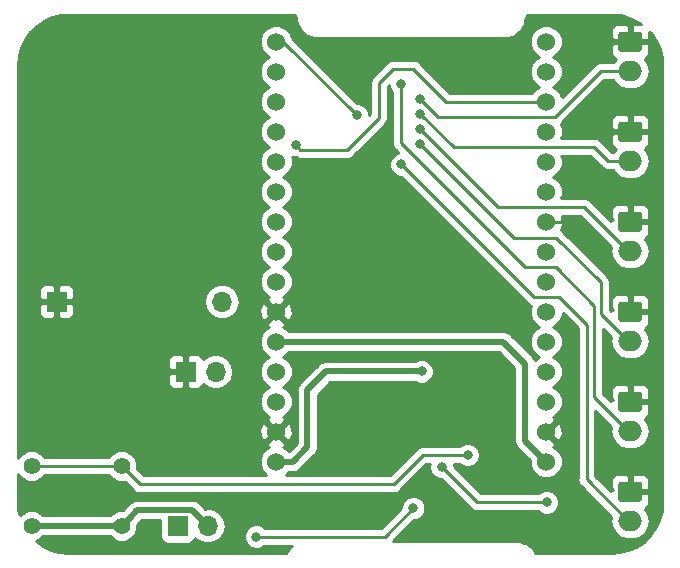
<source format=gbl>
G04 #@! TF.GenerationSoftware,KiCad,Pcbnew,5.0.2-bee76a0~70~ubuntu16.04.1*
G04 #@! TF.CreationDate,2020-01-18T11:10:10+00:00*
G04 #@! TF.ProjectId,transmitter,7472616e-736d-4697-9474-65722e6b6963,2.0.0*
G04 #@! TF.SameCoordinates,Original*
G04 #@! TF.FileFunction,Copper,L2,Bot*
G04 #@! TF.FilePolarity,Positive*
%FSLAX46Y46*%
G04 Gerber Fmt 4.6, Leading zero omitted, Abs format (unit mm)*
G04 Created by KiCad (PCBNEW 5.0.2-bee76a0~70~ubuntu16.04.1) date Sat 18 Jan 2020 11:10:10 GMT*
%MOMM*%
%LPD*%
G01*
G04 APERTURE LIST*
G04 #@! TA.AperFunction,ComponentPad*
%ADD10C,1.524000*%
G04 #@! TD*
G04 #@! TA.AperFunction,ComponentPad*
%ADD11C,1.397000*%
G04 #@! TD*
G04 #@! TA.AperFunction,ComponentPad*
%ADD12R,1.700000X1.700000*%
G04 #@! TD*
G04 #@! TA.AperFunction,ComponentPad*
%ADD13O,1.700000X1.700000*%
G04 #@! TD*
G04 #@! TA.AperFunction,Conductor*
%ADD14C,0.500000*%
G04 #@! TD*
G04 #@! TA.AperFunction,ComponentPad*
%ADD15C,1.700000*%
G04 #@! TD*
G04 #@! TA.AperFunction,ComponentPad*
%ADD16O,2.000000X1.700000*%
G04 #@! TD*
G04 #@! TA.AperFunction,ViaPad*
%ADD17C,0.800000*%
G04 #@! TD*
G04 #@! TA.AperFunction,Conductor*
%ADD18C,0.250000*%
G04 #@! TD*
G04 #@! TA.AperFunction,Conductor*
%ADD19C,0.254000*%
G04 #@! TD*
G04 APERTURE END LIST*
D10*
G04 #@! TO.P,U1,1*
G04 #@! TO.N,A0*
X137200000Y-67945000D03*
G04 #@! TO.P,U1,2*
G04 #@! TO.N,N/C*
X137200000Y-70485000D03*
G04 #@! TO.P,U1,3*
X137200000Y-73025000D03*
G04 #@! TO.P,U1,4*
X137200000Y-75565000D03*
G04 #@! TO.P,U1,5*
X137200000Y-78105000D03*
G04 #@! TO.P,U1,6*
X137200000Y-80645000D03*
G04 #@! TO.P,U1,7*
X137200000Y-83185000D03*
G04 #@! TO.P,U1,8*
X137200000Y-85725000D03*
G04 #@! TO.P,U1,9*
X137200000Y-88265000D03*
G04 #@! TO.P,U1,10*
G04 #@! TO.N,GND*
X137200000Y-90805000D03*
G04 #@! TO.P,U1,11*
G04 #@! TO.N,3V3*
X137200000Y-93345000D03*
G04 #@! TO.P,U1,12*
G04 #@! TO.N,N/C*
X137200000Y-95885000D03*
G04 #@! TO.P,U1,13*
X137200000Y-98425000D03*
G04 #@! TO.P,U1,14*
G04 #@! TO.N,GND*
X137200000Y-100965000D03*
G04 #@! TO.P,U1,15*
G04 #@! TO.N,/VBAT*
X137200000Y-103505000D03*
G04 #@! TO.P,U1,16*
G04 #@! TO.N,3V3*
X160060000Y-103505000D03*
G04 #@! TO.P,U1,17*
G04 #@! TO.N,GND*
X160060000Y-100965000D03*
G04 #@! TO.P,U1,18*
G04 #@! TO.N,N/C*
X160060000Y-98425000D03*
G04 #@! TO.P,U1,19*
X160060000Y-95885000D03*
G04 #@! TO.P,U1,20*
X160060000Y-93345000D03*
G04 #@! TO.P,U1,21*
G04 #@! TO.N,Net-(U1-Pad21)*
X160060000Y-90805000D03*
G04 #@! TO.P,U1,22*
G04 #@! TO.N,Net-(U1-Pad22)*
X160060000Y-88265000D03*
G04 #@! TO.P,U1,23*
G04 #@! TO.N,Net-(U1-Pad23)*
X160060000Y-85725000D03*
G04 #@! TO.P,U1,24*
G04 #@! TO.N,GND*
X160060000Y-83185000D03*
G04 #@! TO.P,U1,25*
G04 #@! TO.N,3V3*
X160060000Y-80645000D03*
G04 #@! TO.P,U1,26*
G04 #@! TO.N,N/C*
X160060000Y-78105000D03*
G04 #@! TO.P,U1,27*
X160060000Y-75565000D03*
G04 #@! TO.P,U1,28*
G04 #@! TO.N,Net-(R16-Pad2)*
X160060000Y-73025000D03*
G04 #@! TO.P,U1,29*
G04 #@! TO.N,DONE*
X160060000Y-70485000D03*
G04 #@! TO.P,U1,30*
G04 #@! TO.N,N/C*
X160060000Y-67945000D03*
G04 #@! TD*
D11*
G04 #@! TO.P,SW1,1*
G04 #@! TO.N,/VBAT*
X116500000Y-108945000D03*
G04 #@! TO.P,SW1,2*
G04 #@! TO.N,Net-(JP1-Pad2)*
X116500000Y-103865000D03*
G04 #@! TO.P,SW1,1*
G04 #@! TO.N,/VBAT*
X124120000Y-108945000D03*
G04 #@! TO.P,SW1,2*
G04 #@! TO.N,Net-(JP1-Pad2)*
X124120000Y-103865000D03*
G04 #@! TD*
D12*
G04 #@! TO.P,SW2,1*
G04 #@! TO.N,Net-(Q3-Pad3)*
X128870000Y-108945000D03*
D13*
G04 #@! TO.P,SW2,2*
G04 #@! TO.N,/VBAT*
X131410000Y-108945000D03*
G04 #@! TD*
D12*
G04 #@! TO.P,J4,1*
G04 #@! TO.N,GND*
X118620000Y-89945000D03*
D13*
G04 #@! TO.P,J4,2*
G04 #@! TO.N,/OUT+*
X132620000Y-89945000D03*
G04 #@! TD*
D14*
G04 #@! TO.N,GND*
G04 #@! TO.C,J1*
G36*
X167954504Y-67096204D02*
X167978773Y-67099804D01*
X168002571Y-67105765D01*
X168025671Y-67114030D01*
X168047849Y-67124520D01*
X168068893Y-67137133D01*
X168088598Y-67151747D01*
X168106777Y-67168223D01*
X168123253Y-67186402D01*
X168137867Y-67206107D01*
X168150480Y-67227151D01*
X168160970Y-67249329D01*
X168169235Y-67272429D01*
X168175196Y-67296227D01*
X168178796Y-67320496D01*
X168180000Y-67345000D01*
X168180000Y-68545000D01*
X168178796Y-68569504D01*
X168175196Y-68593773D01*
X168169235Y-68617571D01*
X168160970Y-68640671D01*
X168150480Y-68662849D01*
X168137867Y-68683893D01*
X168123253Y-68703598D01*
X168106777Y-68721777D01*
X168088598Y-68738253D01*
X168068893Y-68752867D01*
X168047849Y-68765480D01*
X168025671Y-68775970D01*
X168002571Y-68784235D01*
X167978773Y-68790196D01*
X167954504Y-68793796D01*
X167930000Y-68795000D01*
X166430000Y-68795000D01*
X166405496Y-68793796D01*
X166381227Y-68790196D01*
X166357429Y-68784235D01*
X166334329Y-68775970D01*
X166312151Y-68765480D01*
X166291107Y-68752867D01*
X166271402Y-68738253D01*
X166253223Y-68721777D01*
X166236747Y-68703598D01*
X166222133Y-68683893D01*
X166209520Y-68662849D01*
X166199030Y-68640671D01*
X166190765Y-68617571D01*
X166184804Y-68593773D01*
X166181204Y-68569504D01*
X166180000Y-68545000D01*
X166180000Y-67345000D01*
X166181204Y-67320496D01*
X166184804Y-67296227D01*
X166190765Y-67272429D01*
X166199030Y-67249329D01*
X166209520Y-67227151D01*
X166222133Y-67206107D01*
X166236747Y-67186402D01*
X166253223Y-67168223D01*
X166271402Y-67151747D01*
X166291107Y-67137133D01*
X166312151Y-67124520D01*
X166334329Y-67114030D01*
X166357429Y-67105765D01*
X166381227Y-67099804D01*
X166405496Y-67096204D01*
X166430000Y-67095000D01*
X167930000Y-67095000D01*
X167954504Y-67096204D01*
X167954504Y-67096204D01*
G37*
D15*
G04 #@! TD*
G04 #@! TO.P,J1,1*
G04 #@! TO.N,GND*
X167180000Y-67945000D03*
D16*
G04 #@! TO.P,J1,2*
G04 #@! TO.N,SOIL_1*
X167180000Y-70445000D03*
G04 #@! TD*
G04 #@! TO.P,J2,2*
G04 #@! TO.N,SOIL_2*
X167180000Y-78065000D03*
D14*
G04 #@! TD*
G04 #@! TO.N,GND*
G04 #@! TO.C,J2*
G36*
X167954504Y-74716204D02*
X167978773Y-74719804D01*
X168002571Y-74725765D01*
X168025671Y-74734030D01*
X168047849Y-74744520D01*
X168068893Y-74757133D01*
X168088598Y-74771747D01*
X168106777Y-74788223D01*
X168123253Y-74806402D01*
X168137867Y-74826107D01*
X168150480Y-74847151D01*
X168160970Y-74869329D01*
X168169235Y-74892429D01*
X168175196Y-74916227D01*
X168178796Y-74940496D01*
X168180000Y-74965000D01*
X168180000Y-76165000D01*
X168178796Y-76189504D01*
X168175196Y-76213773D01*
X168169235Y-76237571D01*
X168160970Y-76260671D01*
X168150480Y-76282849D01*
X168137867Y-76303893D01*
X168123253Y-76323598D01*
X168106777Y-76341777D01*
X168088598Y-76358253D01*
X168068893Y-76372867D01*
X168047849Y-76385480D01*
X168025671Y-76395970D01*
X168002571Y-76404235D01*
X167978773Y-76410196D01*
X167954504Y-76413796D01*
X167930000Y-76415000D01*
X166430000Y-76415000D01*
X166405496Y-76413796D01*
X166381227Y-76410196D01*
X166357429Y-76404235D01*
X166334329Y-76395970D01*
X166312151Y-76385480D01*
X166291107Y-76372867D01*
X166271402Y-76358253D01*
X166253223Y-76341777D01*
X166236747Y-76323598D01*
X166222133Y-76303893D01*
X166209520Y-76282849D01*
X166199030Y-76260671D01*
X166190765Y-76237571D01*
X166184804Y-76213773D01*
X166181204Y-76189504D01*
X166180000Y-76165000D01*
X166180000Y-74965000D01*
X166181204Y-74940496D01*
X166184804Y-74916227D01*
X166190765Y-74892429D01*
X166199030Y-74869329D01*
X166209520Y-74847151D01*
X166222133Y-74826107D01*
X166236747Y-74806402D01*
X166253223Y-74788223D01*
X166271402Y-74771747D01*
X166291107Y-74757133D01*
X166312151Y-74744520D01*
X166334329Y-74734030D01*
X166357429Y-74725765D01*
X166381227Y-74719804D01*
X166405496Y-74716204D01*
X166430000Y-74715000D01*
X167930000Y-74715000D01*
X167954504Y-74716204D01*
X167954504Y-74716204D01*
G37*
D15*
G04 #@! TO.P,J2,1*
G04 #@! TO.N,GND*
X167180000Y-75565000D03*
G04 #@! TD*
D14*
G04 #@! TO.N,GND*
G04 #@! TO.C,J5*
G36*
X167954504Y-82336204D02*
X167978773Y-82339804D01*
X168002571Y-82345765D01*
X168025671Y-82354030D01*
X168047849Y-82364520D01*
X168068893Y-82377133D01*
X168088598Y-82391747D01*
X168106777Y-82408223D01*
X168123253Y-82426402D01*
X168137867Y-82446107D01*
X168150480Y-82467151D01*
X168160970Y-82489329D01*
X168169235Y-82512429D01*
X168175196Y-82536227D01*
X168178796Y-82560496D01*
X168180000Y-82585000D01*
X168180000Y-83785000D01*
X168178796Y-83809504D01*
X168175196Y-83833773D01*
X168169235Y-83857571D01*
X168160970Y-83880671D01*
X168150480Y-83902849D01*
X168137867Y-83923893D01*
X168123253Y-83943598D01*
X168106777Y-83961777D01*
X168088598Y-83978253D01*
X168068893Y-83992867D01*
X168047849Y-84005480D01*
X168025671Y-84015970D01*
X168002571Y-84024235D01*
X167978773Y-84030196D01*
X167954504Y-84033796D01*
X167930000Y-84035000D01*
X166430000Y-84035000D01*
X166405496Y-84033796D01*
X166381227Y-84030196D01*
X166357429Y-84024235D01*
X166334329Y-84015970D01*
X166312151Y-84005480D01*
X166291107Y-83992867D01*
X166271402Y-83978253D01*
X166253223Y-83961777D01*
X166236747Y-83943598D01*
X166222133Y-83923893D01*
X166209520Y-83902849D01*
X166199030Y-83880671D01*
X166190765Y-83857571D01*
X166184804Y-83833773D01*
X166181204Y-83809504D01*
X166180000Y-83785000D01*
X166180000Y-82585000D01*
X166181204Y-82560496D01*
X166184804Y-82536227D01*
X166190765Y-82512429D01*
X166199030Y-82489329D01*
X166209520Y-82467151D01*
X166222133Y-82446107D01*
X166236747Y-82426402D01*
X166253223Y-82408223D01*
X166271402Y-82391747D01*
X166291107Y-82377133D01*
X166312151Y-82364520D01*
X166334329Y-82354030D01*
X166357429Y-82345765D01*
X166381227Y-82339804D01*
X166405496Y-82336204D01*
X166430000Y-82335000D01*
X167930000Y-82335000D01*
X167954504Y-82336204D01*
X167954504Y-82336204D01*
G37*
D15*
G04 #@! TD*
G04 #@! TO.P,J5,1*
G04 #@! TO.N,GND*
X167180000Y-83185000D03*
D16*
G04 #@! TO.P,J5,2*
G04 #@! TO.N,SOIL_3*
X167180000Y-85685000D03*
G04 #@! TD*
G04 #@! TO.P,J6,2*
G04 #@! TO.N,SOIL_4*
X167180000Y-93305000D03*
D14*
G04 #@! TD*
G04 #@! TO.N,GND*
G04 #@! TO.C,J6*
G36*
X167954504Y-89956204D02*
X167978773Y-89959804D01*
X168002571Y-89965765D01*
X168025671Y-89974030D01*
X168047849Y-89984520D01*
X168068893Y-89997133D01*
X168088598Y-90011747D01*
X168106777Y-90028223D01*
X168123253Y-90046402D01*
X168137867Y-90066107D01*
X168150480Y-90087151D01*
X168160970Y-90109329D01*
X168169235Y-90132429D01*
X168175196Y-90156227D01*
X168178796Y-90180496D01*
X168180000Y-90205000D01*
X168180000Y-91405000D01*
X168178796Y-91429504D01*
X168175196Y-91453773D01*
X168169235Y-91477571D01*
X168160970Y-91500671D01*
X168150480Y-91522849D01*
X168137867Y-91543893D01*
X168123253Y-91563598D01*
X168106777Y-91581777D01*
X168088598Y-91598253D01*
X168068893Y-91612867D01*
X168047849Y-91625480D01*
X168025671Y-91635970D01*
X168002571Y-91644235D01*
X167978773Y-91650196D01*
X167954504Y-91653796D01*
X167930000Y-91655000D01*
X166430000Y-91655000D01*
X166405496Y-91653796D01*
X166381227Y-91650196D01*
X166357429Y-91644235D01*
X166334329Y-91635970D01*
X166312151Y-91625480D01*
X166291107Y-91612867D01*
X166271402Y-91598253D01*
X166253223Y-91581777D01*
X166236747Y-91563598D01*
X166222133Y-91543893D01*
X166209520Y-91522849D01*
X166199030Y-91500671D01*
X166190765Y-91477571D01*
X166184804Y-91453773D01*
X166181204Y-91429504D01*
X166180000Y-91405000D01*
X166180000Y-90205000D01*
X166181204Y-90180496D01*
X166184804Y-90156227D01*
X166190765Y-90132429D01*
X166199030Y-90109329D01*
X166209520Y-90087151D01*
X166222133Y-90066107D01*
X166236747Y-90046402D01*
X166253223Y-90028223D01*
X166271402Y-90011747D01*
X166291107Y-89997133D01*
X166312151Y-89984520D01*
X166334329Y-89974030D01*
X166357429Y-89965765D01*
X166381227Y-89959804D01*
X166405496Y-89956204D01*
X166430000Y-89955000D01*
X167930000Y-89955000D01*
X167954504Y-89956204D01*
X167954504Y-89956204D01*
G37*
D15*
G04 #@! TO.P,J6,1*
G04 #@! TO.N,GND*
X167180000Y-90805000D03*
G04 #@! TD*
D14*
G04 #@! TO.N,GND*
G04 #@! TO.C,J7*
G36*
X167954504Y-97576204D02*
X167978773Y-97579804D01*
X168002571Y-97585765D01*
X168025671Y-97594030D01*
X168047849Y-97604520D01*
X168068893Y-97617133D01*
X168088598Y-97631747D01*
X168106777Y-97648223D01*
X168123253Y-97666402D01*
X168137867Y-97686107D01*
X168150480Y-97707151D01*
X168160970Y-97729329D01*
X168169235Y-97752429D01*
X168175196Y-97776227D01*
X168178796Y-97800496D01*
X168180000Y-97825000D01*
X168180000Y-99025000D01*
X168178796Y-99049504D01*
X168175196Y-99073773D01*
X168169235Y-99097571D01*
X168160970Y-99120671D01*
X168150480Y-99142849D01*
X168137867Y-99163893D01*
X168123253Y-99183598D01*
X168106777Y-99201777D01*
X168088598Y-99218253D01*
X168068893Y-99232867D01*
X168047849Y-99245480D01*
X168025671Y-99255970D01*
X168002571Y-99264235D01*
X167978773Y-99270196D01*
X167954504Y-99273796D01*
X167930000Y-99275000D01*
X166430000Y-99275000D01*
X166405496Y-99273796D01*
X166381227Y-99270196D01*
X166357429Y-99264235D01*
X166334329Y-99255970D01*
X166312151Y-99245480D01*
X166291107Y-99232867D01*
X166271402Y-99218253D01*
X166253223Y-99201777D01*
X166236747Y-99183598D01*
X166222133Y-99163893D01*
X166209520Y-99142849D01*
X166199030Y-99120671D01*
X166190765Y-99097571D01*
X166184804Y-99073773D01*
X166181204Y-99049504D01*
X166180000Y-99025000D01*
X166180000Y-97825000D01*
X166181204Y-97800496D01*
X166184804Y-97776227D01*
X166190765Y-97752429D01*
X166199030Y-97729329D01*
X166209520Y-97707151D01*
X166222133Y-97686107D01*
X166236747Y-97666402D01*
X166253223Y-97648223D01*
X166271402Y-97631747D01*
X166291107Y-97617133D01*
X166312151Y-97604520D01*
X166334329Y-97594030D01*
X166357429Y-97585765D01*
X166381227Y-97579804D01*
X166405496Y-97576204D01*
X166430000Y-97575000D01*
X167930000Y-97575000D01*
X167954504Y-97576204D01*
X167954504Y-97576204D01*
G37*
D15*
G04 #@! TD*
G04 #@! TO.P,J7,1*
G04 #@! TO.N,GND*
X167180000Y-98425000D03*
D16*
G04 #@! TO.P,J7,2*
G04 #@! TO.N,SOIL_5*
X167180000Y-100925000D03*
G04 #@! TD*
D14*
G04 #@! TO.N,GND*
G04 #@! TO.C,J8*
G36*
X167954504Y-105196204D02*
X167978773Y-105199804D01*
X168002571Y-105205765D01*
X168025671Y-105214030D01*
X168047849Y-105224520D01*
X168068893Y-105237133D01*
X168088598Y-105251747D01*
X168106777Y-105268223D01*
X168123253Y-105286402D01*
X168137867Y-105306107D01*
X168150480Y-105327151D01*
X168160970Y-105349329D01*
X168169235Y-105372429D01*
X168175196Y-105396227D01*
X168178796Y-105420496D01*
X168180000Y-105445000D01*
X168180000Y-106645000D01*
X168178796Y-106669504D01*
X168175196Y-106693773D01*
X168169235Y-106717571D01*
X168160970Y-106740671D01*
X168150480Y-106762849D01*
X168137867Y-106783893D01*
X168123253Y-106803598D01*
X168106777Y-106821777D01*
X168088598Y-106838253D01*
X168068893Y-106852867D01*
X168047849Y-106865480D01*
X168025671Y-106875970D01*
X168002571Y-106884235D01*
X167978773Y-106890196D01*
X167954504Y-106893796D01*
X167930000Y-106895000D01*
X166430000Y-106895000D01*
X166405496Y-106893796D01*
X166381227Y-106890196D01*
X166357429Y-106884235D01*
X166334329Y-106875970D01*
X166312151Y-106865480D01*
X166291107Y-106852867D01*
X166271402Y-106838253D01*
X166253223Y-106821777D01*
X166236747Y-106803598D01*
X166222133Y-106783893D01*
X166209520Y-106762849D01*
X166199030Y-106740671D01*
X166190765Y-106717571D01*
X166184804Y-106693773D01*
X166181204Y-106669504D01*
X166180000Y-106645000D01*
X166180000Y-105445000D01*
X166181204Y-105420496D01*
X166184804Y-105396227D01*
X166190765Y-105372429D01*
X166199030Y-105349329D01*
X166209520Y-105327151D01*
X166222133Y-105306107D01*
X166236747Y-105286402D01*
X166253223Y-105268223D01*
X166271402Y-105251747D01*
X166291107Y-105237133D01*
X166312151Y-105224520D01*
X166334329Y-105214030D01*
X166357429Y-105205765D01*
X166381227Y-105199804D01*
X166405496Y-105196204D01*
X166430000Y-105195000D01*
X167930000Y-105195000D01*
X167954504Y-105196204D01*
X167954504Y-105196204D01*
G37*
D15*
G04 #@! TD*
G04 #@! TO.P,J8,1*
G04 #@! TO.N,GND*
X167180000Y-106045000D03*
D16*
G04 #@! TO.P,J8,2*
G04 #@! TO.N,SOIL_6*
X167180000Y-108545000D03*
G04 #@! TD*
D12*
G04 #@! TO.P,J3,1*
G04 #@! TO.N,GND*
X129540000Y-95885000D03*
D13*
G04 #@! TO.P,J3,2*
G04 #@! TO.N,3V3*
X132080000Y-95885000D03*
G04 #@! TD*
D17*
G04 #@! TO.N,GND*
X146620000Y-98445000D03*
X144620000Y-98445000D03*
X148620000Y-82945000D03*
X145620000Y-100945000D03*
G04 #@! TO.N,A0*
X144020000Y-74145000D03*
G04 #@! TO.N,SOIL_1*
X149429972Y-72795000D03*
G04 #@! TO.N,SOIL_2*
X149430012Y-74035000D03*
G04 #@! TO.N,SOIL_3*
X149399986Y-75335000D03*
G04 #@! TO.N,SOIL_4*
X149430012Y-76585000D03*
G04 #@! TO.N,SOIL_5*
X147820000Y-71545000D03*
G04 #@! TO.N,SOIL_6*
X147820000Y-78345000D03*
G04 #@! TO.N,/VBAT*
X149520000Y-95870000D03*
G04 #@! TO.N,DONE*
X151220000Y-103944998D03*
X160120000Y-106944996D03*
G04 #@! TO.N,Net-(JP1-Pad2)*
X153420000Y-102945006D03*
G04 #@! TO.N,Net-(R16-Pad2)*
X138870000Y-76695000D03*
G04 #@! TO.N,Net-(TP1-Pad1)*
X148820000Y-107445000D03*
X135520000Y-109845000D03*
G04 #@! TD*
D18*
G04 #@! TO.N,GND*
X162090000Y-83185000D02*
X167180000Y-88275000D01*
X167180000Y-88275000D02*
X167180000Y-90805000D01*
X160637630Y-83185000D02*
X162090000Y-83185000D01*
D14*
G04 #@! TO.N,3V3*
X158270000Y-101715000D02*
X160060000Y-103505000D01*
X158270000Y-95195000D02*
X158270000Y-101715000D01*
X156420000Y-93345000D02*
X158270000Y-95195000D01*
X151920000Y-93345000D02*
X137200000Y-93345000D01*
X156420000Y-93345000D02*
X151920000Y-93345000D01*
D18*
G04 #@! TO.N,A0*
X137820000Y-67945000D02*
X137200000Y-67945000D01*
X144020000Y-74145000D02*
X137820000Y-67945000D01*
G04 #@! TO.N,SOIL_1*
X160830000Y-74295000D02*
X164680000Y-70445000D01*
X150929972Y-74295000D02*
X160830000Y-74295000D01*
X164680000Y-70445000D02*
X167180000Y-70445000D01*
X149429972Y-72795000D02*
X150929972Y-74295000D01*
G04 #@! TO.N,SOIL_2*
X165350000Y-78065000D02*
X167180000Y-78065000D01*
X164120000Y-76835000D02*
X165350000Y-78065000D01*
X152230012Y-76835000D02*
X164120000Y-76835000D01*
X149430012Y-74035000D02*
X152230012Y-76835000D01*
G04 #@! TO.N,SOIL_3*
X167030000Y-85685000D02*
X167180000Y-85685000D01*
X163290000Y-81945000D02*
X167030000Y-85685000D01*
X156009986Y-81945000D02*
X163290000Y-81945000D01*
X149399986Y-75335000D02*
X156009986Y-81945000D01*
G04 #@! TO.N,SOIL_4*
X164700000Y-90975000D02*
X167030000Y-93305000D01*
X160920000Y-84545000D02*
X164700000Y-88325000D01*
X157390012Y-84545000D02*
X160920000Y-84545000D01*
X167030000Y-93305000D02*
X167180000Y-93305000D01*
X164700000Y-88325000D02*
X164700000Y-90975000D01*
X149430012Y-76585000D02*
X157390012Y-84545000D01*
G04 #@! TO.N,SOIL_5*
X167030000Y-100925000D02*
X167180000Y-100925000D01*
X164160000Y-98055000D02*
X167030000Y-100925000D01*
X164160000Y-90285000D02*
X164160000Y-98055000D01*
X147820000Y-71545000D02*
X147820000Y-76545000D01*
X147820000Y-76545000D02*
X158310000Y-87035000D01*
X160910000Y-87035000D02*
X164160000Y-90285000D01*
X158310000Y-87035000D02*
X160910000Y-87035000D01*
G04 #@! TO.N,SOIL_6*
X167030000Y-108545000D02*
X167180000Y-108545000D01*
X163490000Y-105005000D02*
X167030000Y-108545000D01*
X147820000Y-78345000D02*
X159070000Y-89595000D01*
X159070000Y-89595000D02*
X161180000Y-89595000D01*
X161180000Y-89595000D02*
X163490000Y-91905000D01*
X163490000Y-91905000D02*
X163490000Y-105005000D01*
D14*
G04 #@! TO.N,/VBAT*
X125470001Y-107594999D02*
X124818499Y-108246501D01*
X124818499Y-108246501D02*
X124120000Y-108945000D01*
X130059999Y-107594999D02*
X125470001Y-107594999D01*
X131410000Y-108945000D02*
X130059999Y-107594999D01*
X124120000Y-108945000D02*
X116500000Y-108945000D01*
X138600000Y-103505000D02*
X137200000Y-103505000D01*
X149520000Y-95870000D02*
X141425000Y-95870000D01*
X141425000Y-95870000D02*
X139830000Y-97465000D01*
X139830000Y-97465000D02*
X139830000Y-102275000D01*
X139830000Y-102275000D02*
X138600000Y-103505000D01*
D18*
G04 #@! TO.N,DONE*
X151220000Y-103944998D02*
X154219998Y-106944996D01*
X154219998Y-106944996D02*
X159554315Y-106944996D01*
X159554315Y-106944996D02*
X160120000Y-106944996D01*
G04 #@! TO.N,Net-(JP1-Pad2)*
X124120000Y-103865000D02*
X116500000Y-103865000D01*
X152854315Y-102945006D02*
X153420000Y-102945006D01*
X124120000Y-103865000D02*
X125670000Y-105415000D01*
X125670000Y-105415000D02*
X147150000Y-105415000D01*
X149619994Y-102945006D02*
X152854315Y-102945006D01*
X147150000Y-105415000D02*
X149619994Y-102945006D01*
G04 #@! TO.N,Net-(R16-Pad2)*
X151600000Y-73025000D02*
X160060000Y-73025000D01*
X145920000Y-71445000D02*
X147120000Y-70245000D01*
X148820000Y-70245000D02*
X151600000Y-73025000D01*
X138870000Y-76695000D02*
X139269999Y-77094999D01*
X147120000Y-70245000D02*
X148820000Y-70245000D01*
X139269999Y-77094999D02*
X143220001Y-77094999D01*
X143220001Y-77094999D02*
X145920000Y-74395000D01*
X145920000Y-74395000D02*
X145920000Y-71445000D01*
G04 #@! TO.N,Net-(TP1-Pad1)*
X146420000Y-109845000D02*
X135520000Y-109845000D01*
X148820000Y-107445000D02*
X146420000Y-109845000D01*
G04 #@! TD*
D19*
G04 #@! TO.N,GND*
G36*
X138725655Y-65689926D02*
X138815225Y-65749774D01*
X138875074Y-65839345D01*
X138923642Y-66083513D01*
X138999762Y-66466196D01*
X139007827Y-66485666D01*
X139105776Y-66722138D01*
X139322549Y-67046561D01*
X139322550Y-67046562D01*
X139518438Y-67242451D01*
X139842862Y-67459223D01*
X139934747Y-67497283D01*
X140098804Y-67565238D01*
X140481486Y-67641358D01*
X140481491Y-67641358D01*
X140550074Y-67655000D01*
X156689926Y-67655000D01*
X156758509Y-67641358D01*
X156758513Y-67641358D01*
X157141196Y-67565238D01*
X157241895Y-67523527D01*
X157397138Y-67459224D01*
X157721561Y-67242451D01*
X157810349Y-67153663D01*
X157917451Y-67046562D01*
X158134223Y-66722138D01*
X158203030Y-66556024D01*
X158240238Y-66466196D01*
X158316358Y-66083514D01*
X158316358Y-66083513D01*
X158364926Y-65839345D01*
X158424774Y-65749775D01*
X158514345Y-65689926D01*
X158689930Y-65655000D01*
X165588382Y-65655000D01*
X166379192Y-65725578D01*
X167114389Y-65926705D01*
X167802351Y-66254846D01*
X168087854Y-66460000D01*
X167465750Y-66460000D01*
X167307000Y-66618750D01*
X167307000Y-67818000D01*
X168656250Y-67818000D01*
X168815000Y-67659250D01*
X168815000Y-67105862D01*
X168951761Y-67246988D01*
X169376884Y-67879639D01*
X169683251Y-68577561D01*
X169862499Y-69324183D01*
X169910000Y-69971030D01*
X169910001Y-106913370D01*
X169839422Y-107704193D01*
X169638295Y-108439389D01*
X169310152Y-109127355D01*
X168865374Y-109746328D01*
X168318012Y-110276761D01*
X167685362Y-110701883D01*
X166987439Y-111008251D01*
X166240819Y-111187499D01*
X165593970Y-111235000D01*
X159162032Y-111235000D01*
X159134223Y-111167862D01*
X158917451Y-110843438D01*
X158721562Y-110647550D01*
X158721561Y-110647549D01*
X158397138Y-110430776D01*
X158213368Y-110354657D01*
X158141196Y-110324762D01*
X157758513Y-110248642D01*
X157758509Y-110248642D01*
X157689926Y-110235000D01*
X147104801Y-110235000D01*
X148859802Y-108480000D01*
X149025874Y-108480000D01*
X149406280Y-108322431D01*
X149697431Y-108031280D01*
X149855000Y-107650874D01*
X149855000Y-107239126D01*
X149697431Y-106858720D01*
X149406280Y-106567569D01*
X149025874Y-106410000D01*
X148614126Y-106410000D01*
X148233720Y-106567569D01*
X147942569Y-106858720D01*
X147785000Y-107239126D01*
X147785000Y-107405198D01*
X146105199Y-109085000D01*
X136223711Y-109085000D01*
X136106280Y-108967569D01*
X135725874Y-108810000D01*
X135314126Y-108810000D01*
X134933720Y-108967569D01*
X134642569Y-109258720D01*
X134485000Y-109639126D01*
X134485000Y-110050874D01*
X134642569Y-110431280D01*
X134933720Y-110722431D01*
X135314126Y-110880000D01*
X135725874Y-110880000D01*
X136106280Y-110722431D01*
X136223711Y-110605000D01*
X138582117Y-110605000D01*
X138518438Y-110647549D01*
X138411376Y-110754612D01*
X138322549Y-110843439D01*
X138105776Y-111167862D01*
X138077967Y-111235000D01*
X119651618Y-111235000D01*
X118860807Y-111164422D01*
X118125611Y-110963295D01*
X117437645Y-110635152D01*
X116876933Y-110232239D01*
X117255367Y-110075487D01*
X117500854Y-109830000D01*
X123119146Y-109830000D01*
X123364633Y-110075487D01*
X123854750Y-110278500D01*
X124385250Y-110278500D01*
X124875367Y-110075487D01*
X125250487Y-109700367D01*
X125453500Y-109210250D01*
X125453500Y-108863079D01*
X125505923Y-108810656D01*
X125505925Y-108810653D01*
X125836580Y-108479999D01*
X127372560Y-108479999D01*
X127372560Y-109795000D01*
X127421843Y-110042765D01*
X127562191Y-110252809D01*
X127772235Y-110393157D01*
X128020000Y-110442440D01*
X129720000Y-110442440D01*
X129967765Y-110393157D01*
X130177809Y-110252809D01*
X130318157Y-110042765D01*
X130327184Y-109997381D01*
X130339375Y-110015625D01*
X130830582Y-110343839D01*
X131263744Y-110430000D01*
X131556256Y-110430000D01*
X131989418Y-110343839D01*
X132480625Y-110015625D01*
X132808839Y-109524418D01*
X132924092Y-108945000D01*
X132808839Y-108365582D01*
X132480625Y-107874375D01*
X131989418Y-107546161D01*
X131556256Y-107460000D01*
X131263744Y-107460000D01*
X131191040Y-107474462D01*
X130747424Y-107030846D01*
X130698048Y-106956950D01*
X130405309Y-106761347D01*
X130147164Y-106709999D01*
X130147160Y-106709999D01*
X130059999Y-106692662D01*
X129972838Y-106709999D01*
X125557162Y-106709999D01*
X125470001Y-106692662D01*
X125382840Y-106709999D01*
X125382836Y-106709999D01*
X125143272Y-106757651D01*
X125124691Y-106761347D01*
X124905846Y-106907575D01*
X124905845Y-106907576D01*
X124831952Y-106956950D01*
X124782578Y-107030843D01*
X124254347Y-107559075D01*
X124254344Y-107559077D01*
X124201921Y-107611500D01*
X123854750Y-107611500D01*
X123364633Y-107814513D01*
X123119146Y-108060000D01*
X117500854Y-108060000D01*
X117255367Y-107814513D01*
X116765250Y-107611500D01*
X116234750Y-107611500D01*
X115744633Y-107814513D01*
X115496725Y-108062421D01*
X115377501Y-107565819D01*
X115330000Y-106918970D01*
X115330000Y-104524974D01*
X115369513Y-104620367D01*
X115744633Y-104995487D01*
X116234750Y-105198500D01*
X116765250Y-105198500D01*
X117255367Y-104995487D01*
X117625854Y-104625000D01*
X122994146Y-104625000D01*
X123364633Y-104995487D01*
X123854750Y-105198500D01*
X124378698Y-105198500D01*
X125079671Y-105899473D01*
X125122071Y-105962929D01*
X125373463Y-106130904D01*
X125595148Y-106175000D01*
X125595152Y-106175000D01*
X125669999Y-106189888D01*
X125744846Y-106175000D01*
X147075153Y-106175000D01*
X147150000Y-106189888D01*
X147224847Y-106175000D01*
X147224852Y-106175000D01*
X147446537Y-106130904D01*
X147697929Y-105962929D01*
X147740331Y-105899470D01*
X149934796Y-103705006D01*
X150199132Y-103705006D01*
X150185000Y-103739124D01*
X150185000Y-104150872D01*
X150342569Y-104531278D01*
X150633720Y-104822429D01*
X151014126Y-104979998D01*
X151180199Y-104979998D01*
X153629669Y-107429469D01*
X153672069Y-107492925D01*
X153923461Y-107660900D01*
X154145146Y-107704996D01*
X154145151Y-107704996D01*
X154219998Y-107719884D01*
X154294845Y-107704996D01*
X159416289Y-107704996D01*
X159533720Y-107822427D01*
X159914126Y-107979996D01*
X160325874Y-107979996D01*
X160706280Y-107822427D01*
X160997431Y-107531276D01*
X161155000Y-107150870D01*
X161155000Y-106739122D01*
X160997431Y-106358716D01*
X160706280Y-106067565D01*
X160325874Y-105909996D01*
X159914126Y-105909996D01*
X159533720Y-106067565D01*
X159416289Y-106184996D01*
X154534800Y-106184996D01*
X152255000Y-103905197D01*
X152255000Y-103739124D01*
X152240868Y-103705006D01*
X152716289Y-103705006D01*
X152833720Y-103822437D01*
X153214126Y-103980006D01*
X153625874Y-103980006D01*
X154006280Y-103822437D01*
X154297431Y-103531286D01*
X154455000Y-103150880D01*
X154455000Y-102739132D01*
X154297431Y-102358726D01*
X154006280Y-102067575D01*
X153625874Y-101910006D01*
X153214126Y-101910006D01*
X152833720Y-102067575D01*
X152716289Y-102185006D01*
X149694840Y-102185006D01*
X149619993Y-102170118D01*
X149545146Y-102185006D01*
X149545142Y-102185006D01*
X149323457Y-102229102D01*
X149072065Y-102397077D01*
X149029665Y-102460533D01*
X146835199Y-104655000D01*
X138025657Y-104655000D01*
X138290657Y-104390000D01*
X138512839Y-104390000D01*
X138600000Y-104407337D01*
X138687161Y-104390000D01*
X138687165Y-104390000D01*
X138945310Y-104338652D01*
X139238049Y-104143049D01*
X139287425Y-104069153D01*
X140394156Y-102962423D01*
X140468049Y-102913049D01*
X140663652Y-102620310D01*
X140715000Y-102362165D01*
X140715000Y-102362161D01*
X140732337Y-102275000D01*
X140715000Y-102187839D01*
X140715000Y-97831578D01*
X141791579Y-96755000D01*
X148951993Y-96755000D01*
X149314126Y-96905000D01*
X149725874Y-96905000D01*
X150106280Y-96747431D01*
X150397431Y-96456280D01*
X150555000Y-96075874D01*
X150555000Y-95664126D01*
X150397431Y-95283720D01*
X150106280Y-94992569D01*
X149725874Y-94835000D01*
X149314126Y-94835000D01*
X148951993Y-94985000D01*
X141512161Y-94985000D01*
X141425000Y-94967663D01*
X141337839Y-94985000D01*
X141337835Y-94985000D01*
X141079690Y-95036348D01*
X140860845Y-95182576D01*
X140860844Y-95182577D01*
X140786951Y-95231951D01*
X140737577Y-95305844D01*
X139265847Y-96777575D01*
X139191951Y-96826951D01*
X138996348Y-97119691D01*
X138945000Y-97377836D01*
X138945000Y-97377839D01*
X138927663Y-97465000D01*
X138945000Y-97552161D01*
X138945001Y-101908420D01*
X138262039Y-102591382D01*
X137991337Y-102320680D01*
X137800353Y-102241572D01*
X137931143Y-102187397D01*
X138000608Y-101945213D01*
X137200000Y-101144605D01*
X136399392Y-101945213D01*
X136468857Y-102187397D01*
X136609393Y-102237535D01*
X136408663Y-102320680D01*
X136015680Y-102713663D01*
X135803000Y-103227119D01*
X135803000Y-103782881D01*
X136015680Y-104296337D01*
X136374343Y-104655000D01*
X125984802Y-104655000D01*
X125453500Y-104123698D01*
X125453500Y-103599750D01*
X125250487Y-103109633D01*
X124875367Y-102734513D01*
X124385250Y-102531500D01*
X123854750Y-102531500D01*
X123364633Y-102734513D01*
X122994146Y-103105000D01*
X117625854Y-103105000D01*
X117255367Y-102734513D01*
X116765250Y-102531500D01*
X116234750Y-102531500D01*
X115744633Y-102734513D01*
X115369513Y-103109633D01*
X115330000Y-103205026D01*
X115330000Y-100757302D01*
X135790856Y-100757302D01*
X135818638Y-101312368D01*
X135977603Y-101696143D01*
X136219787Y-101765608D01*
X137020395Y-100965000D01*
X137379605Y-100965000D01*
X138180213Y-101765608D01*
X138422397Y-101696143D01*
X138609144Y-101172698D01*
X138581362Y-100617632D01*
X138422397Y-100233857D01*
X138180213Y-100164392D01*
X137379605Y-100965000D01*
X137020395Y-100965000D01*
X136219787Y-100164392D01*
X135977603Y-100233857D01*
X135790856Y-100757302D01*
X115330000Y-100757302D01*
X115330000Y-96170750D01*
X128055000Y-96170750D01*
X128055000Y-96861309D01*
X128151673Y-97094698D01*
X128330301Y-97273327D01*
X128563690Y-97370000D01*
X129254250Y-97370000D01*
X129413000Y-97211250D01*
X129413000Y-96012000D01*
X128213750Y-96012000D01*
X128055000Y-96170750D01*
X115330000Y-96170750D01*
X115330000Y-94908691D01*
X128055000Y-94908691D01*
X128055000Y-95599250D01*
X128213750Y-95758000D01*
X129413000Y-95758000D01*
X129413000Y-94558750D01*
X129667000Y-94558750D01*
X129667000Y-95758000D01*
X129687000Y-95758000D01*
X129687000Y-96012000D01*
X129667000Y-96012000D01*
X129667000Y-97211250D01*
X129825750Y-97370000D01*
X130516310Y-97370000D01*
X130749699Y-97273327D01*
X130928327Y-97094698D01*
X130994904Y-96933967D01*
X131009375Y-96955625D01*
X131500582Y-97283839D01*
X131933744Y-97370000D01*
X132226256Y-97370000D01*
X132659418Y-97283839D01*
X133150625Y-96955625D01*
X133478839Y-96464418D01*
X133594092Y-95885000D01*
X133478839Y-95305582D01*
X133150625Y-94814375D01*
X132659418Y-94486161D01*
X132226256Y-94400000D01*
X131933744Y-94400000D01*
X131500582Y-94486161D01*
X131009375Y-94814375D01*
X130994904Y-94836033D01*
X130928327Y-94675302D01*
X130749699Y-94496673D01*
X130516310Y-94400000D01*
X129825750Y-94400000D01*
X129667000Y-94558750D01*
X129413000Y-94558750D01*
X129254250Y-94400000D01*
X128563690Y-94400000D01*
X128330301Y-94496673D01*
X128151673Y-94675302D01*
X128055000Y-94908691D01*
X115330000Y-94908691D01*
X115330000Y-90230750D01*
X117135000Y-90230750D01*
X117135000Y-90921309D01*
X117231673Y-91154698D01*
X117410301Y-91333327D01*
X117643690Y-91430000D01*
X118334250Y-91430000D01*
X118493000Y-91271250D01*
X118493000Y-90072000D01*
X118747000Y-90072000D01*
X118747000Y-91271250D01*
X118905750Y-91430000D01*
X119596310Y-91430000D01*
X119829699Y-91333327D01*
X120008327Y-91154698D01*
X120105000Y-90921309D01*
X120105000Y-90230750D01*
X119946250Y-90072000D01*
X118747000Y-90072000D01*
X118493000Y-90072000D01*
X117293750Y-90072000D01*
X117135000Y-90230750D01*
X115330000Y-90230750D01*
X115330000Y-89945000D01*
X131105908Y-89945000D01*
X131221161Y-90524418D01*
X131549375Y-91015625D01*
X132040582Y-91343839D01*
X132473744Y-91430000D01*
X132766256Y-91430000D01*
X133199418Y-91343839D01*
X133690625Y-91015625D01*
X133970139Y-90597302D01*
X135790856Y-90597302D01*
X135818638Y-91152368D01*
X135977603Y-91536143D01*
X136219787Y-91605608D01*
X137020395Y-90805000D01*
X137379605Y-90805000D01*
X138180213Y-91605608D01*
X138422397Y-91536143D01*
X138609144Y-91012698D01*
X138581362Y-90457632D01*
X138422397Y-90073857D01*
X138180213Y-90004392D01*
X137379605Y-90805000D01*
X137020395Y-90805000D01*
X136219787Y-90004392D01*
X135977603Y-90073857D01*
X135790856Y-90597302D01*
X133970139Y-90597302D01*
X134018839Y-90524418D01*
X134134092Y-89945000D01*
X134018839Y-89365582D01*
X133690625Y-88874375D01*
X133199418Y-88546161D01*
X132766256Y-88460000D01*
X132473744Y-88460000D01*
X132040582Y-88546161D01*
X131549375Y-88874375D01*
X131221161Y-89365582D01*
X131105908Y-89945000D01*
X115330000Y-89945000D01*
X115330000Y-88968691D01*
X117135000Y-88968691D01*
X117135000Y-89659250D01*
X117293750Y-89818000D01*
X118493000Y-89818000D01*
X118493000Y-88618750D01*
X118747000Y-88618750D01*
X118747000Y-89818000D01*
X119946250Y-89818000D01*
X120105000Y-89659250D01*
X120105000Y-88968691D01*
X120008327Y-88735302D01*
X119829699Y-88556673D01*
X119596310Y-88460000D01*
X118905750Y-88460000D01*
X118747000Y-88618750D01*
X118493000Y-88618750D01*
X118334250Y-88460000D01*
X117643690Y-88460000D01*
X117410301Y-88556673D01*
X117231673Y-88735302D01*
X117135000Y-88968691D01*
X115330000Y-88968691D01*
X115330000Y-69976618D01*
X115400578Y-69185808D01*
X115601705Y-68450611D01*
X115929846Y-67762649D01*
X115998491Y-67667119D01*
X135803000Y-67667119D01*
X135803000Y-68222881D01*
X136015680Y-68736337D01*
X136408663Y-69129320D01*
X136615513Y-69215000D01*
X136408663Y-69300680D01*
X136015680Y-69693663D01*
X135803000Y-70207119D01*
X135803000Y-70762881D01*
X136015680Y-71276337D01*
X136408663Y-71669320D01*
X136615513Y-71755000D01*
X136408663Y-71840680D01*
X136015680Y-72233663D01*
X135803000Y-72747119D01*
X135803000Y-73302881D01*
X136015680Y-73816337D01*
X136408663Y-74209320D01*
X136615513Y-74295000D01*
X136408663Y-74380680D01*
X136015680Y-74773663D01*
X135803000Y-75287119D01*
X135803000Y-75842881D01*
X136015680Y-76356337D01*
X136408663Y-76749320D01*
X136615513Y-76835000D01*
X136408663Y-76920680D01*
X136015680Y-77313663D01*
X135803000Y-77827119D01*
X135803000Y-78382881D01*
X136015680Y-78896337D01*
X136408663Y-79289320D01*
X136615513Y-79375000D01*
X136408663Y-79460680D01*
X136015680Y-79853663D01*
X135803000Y-80367119D01*
X135803000Y-80922881D01*
X136015680Y-81436337D01*
X136408663Y-81829320D01*
X136615513Y-81915000D01*
X136408663Y-82000680D01*
X136015680Y-82393663D01*
X135803000Y-82907119D01*
X135803000Y-83462881D01*
X136015680Y-83976337D01*
X136408663Y-84369320D01*
X136615513Y-84455000D01*
X136408663Y-84540680D01*
X136015680Y-84933663D01*
X135803000Y-85447119D01*
X135803000Y-86002881D01*
X136015680Y-86516337D01*
X136408663Y-86909320D01*
X136615513Y-86995000D01*
X136408663Y-87080680D01*
X136015680Y-87473663D01*
X135803000Y-87987119D01*
X135803000Y-88542881D01*
X136015680Y-89056337D01*
X136408663Y-89449320D01*
X136599647Y-89528428D01*
X136468857Y-89582603D01*
X136399392Y-89824787D01*
X137200000Y-90625395D01*
X138000608Y-89824787D01*
X137931143Y-89582603D01*
X137790607Y-89532465D01*
X137991337Y-89449320D01*
X138384320Y-89056337D01*
X138597000Y-88542881D01*
X138597000Y-87987119D01*
X138384320Y-87473663D01*
X137991337Y-87080680D01*
X137784487Y-86995000D01*
X137991337Y-86909320D01*
X138384320Y-86516337D01*
X138597000Y-86002881D01*
X138597000Y-85447119D01*
X138384320Y-84933663D01*
X137991337Y-84540680D01*
X137784487Y-84455000D01*
X137991337Y-84369320D01*
X138384320Y-83976337D01*
X138597000Y-83462881D01*
X138597000Y-82907119D01*
X138384320Y-82393663D01*
X137991337Y-82000680D01*
X137784487Y-81915000D01*
X137991337Y-81829320D01*
X138384320Y-81436337D01*
X138597000Y-80922881D01*
X138597000Y-80367119D01*
X138384320Y-79853663D01*
X137991337Y-79460680D01*
X137784487Y-79375000D01*
X137991337Y-79289320D01*
X138384320Y-78896337D01*
X138597000Y-78382881D01*
X138597000Y-77827119D01*
X138534538Y-77676323D01*
X138664126Y-77730000D01*
X138852382Y-77730000D01*
X138973462Y-77810903D01*
X139195147Y-77854999D01*
X139195151Y-77854999D01*
X139269998Y-77869887D01*
X139344845Y-77854999D01*
X143145154Y-77854999D01*
X143220001Y-77869887D01*
X143294848Y-77854999D01*
X143294853Y-77854999D01*
X143516538Y-77810903D01*
X143767930Y-77642928D01*
X143810332Y-77579469D01*
X146404473Y-74985329D01*
X146467929Y-74942929D01*
X146635904Y-74691537D01*
X146680000Y-74469852D01*
X146680000Y-74469848D01*
X146694888Y-74395001D01*
X146680000Y-74320154D01*
X146680000Y-71759801D01*
X146785000Y-71654801D01*
X146785000Y-71750874D01*
X146942569Y-72131280D01*
X147060000Y-72248711D01*
X147060001Y-76470148D01*
X147045112Y-76545000D01*
X147060001Y-76619852D01*
X147104097Y-76841537D01*
X147272072Y-77092929D01*
X147335528Y-77135329D01*
X147540638Y-77340439D01*
X147233720Y-77467569D01*
X146942569Y-77758720D01*
X146785000Y-78139126D01*
X146785000Y-78550874D01*
X146942569Y-78931280D01*
X147233720Y-79222431D01*
X147614126Y-79380000D01*
X147780199Y-79380000D01*
X158479670Y-90079472D01*
X158522071Y-90142929D01*
X158757090Y-90299964D01*
X158663000Y-90527119D01*
X158663000Y-91082881D01*
X158875680Y-91596337D01*
X159268663Y-91989320D01*
X159475513Y-92075000D01*
X159268663Y-92160680D01*
X158875680Y-92553663D01*
X158663000Y-93067119D01*
X158663000Y-93622881D01*
X158875680Y-94136337D01*
X159268663Y-94529320D01*
X159475513Y-94615000D01*
X159268663Y-94700680D01*
X159106307Y-94863036D01*
X159103652Y-94849690D01*
X158908049Y-94556951D01*
X158834156Y-94507577D01*
X157107425Y-92780847D01*
X157058049Y-92706951D01*
X156765310Y-92511348D01*
X156507165Y-92460000D01*
X156507161Y-92460000D01*
X156420000Y-92442663D01*
X156332839Y-92460000D01*
X138290657Y-92460000D01*
X137991337Y-92160680D01*
X137800353Y-92081572D01*
X137931143Y-92027397D01*
X138000608Y-91785213D01*
X137200000Y-90984605D01*
X136399392Y-91785213D01*
X136468857Y-92027397D01*
X136609393Y-92077535D01*
X136408663Y-92160680D01*
X136015680Y-92553663D01*
X135803000Y-93067119D01*
X135803000Y-93622881D01*
X136015680Y-94136337D01*
X136408663Y-94529320D01*
X136615513Y-94615000D01*
X136408663Y-94700680D01*
X136015680Y-95093663D01*
X135803000Y-95607119D01*
X135803000Y-96162881D01*
X136015680Y-96676337D01*
X136408663Y-97069320D01*
X136615513Y-97155000D01*
X136408663Y-97240680D01*
X136015680Y-97633663D01*
X135803000Y-98147119D01*
X135803000Y-98702881D01*
X136015680Y-99216337D01*
X136408663Y-99609320D01*
X136599647Y-99688428D01*
X136468857Y-99742603D01*
X136399392Y-99984787D01*
X137200000Y-100785395D01*
X138000608Y-99984787D01*
X137931143Y-99742603D01*
X137790607Y-99692465D01*
X137991337Y-99609320D01*
X138384320Y-99216337D01*
X138597000Y-98702881D01*
X138597000Y-98147119D01*
X138384320Y-97633663D01*
X137991337Y-97240680D01*
X137784487Y-97155000D01*
X137991337Y-97069320D01*
X138384320Y-96676337D01*
X138597000Y-96162881D01*
X138597000Y-95607119D01*
X138384320Y-95093663D01*
X137991337Y-94700680D01*
X137784487Y-94615000D01*
X137991337Y-94529320D01*
X138290657Y-94230000D01*
X156053422Y-94230000D01*
X157385000Y-95561579D01*
X157385001Y-101627835D01*
X157367663Y-101715000D01*
X157436348Y-102060309D01*
X157582576Y-102279154D01*
X157582578Y-102279156D01*
X157631952Y-102353049D01*
X157705845Y-102402423D01*
X158663000Y-103359579D01*
X158663000Y-103782881D01*
X158875680Y-104296337D01*
X159268663Y-104689320D01*
X159782119Y-104902000D01*
X160337881Y-104902000D01*
X160851337Y-104689320D01*
X161244320Y-104296337D01*
X161457000Y-103782881D01*
X161457000Y-103227119D01*
X161244320Y-102713663D01*
X160851337Y-102320680D01*
X160660353Y-102241572D01*
X160791143Y-102187397D01*
X160860608Y-101945213D01*
X160060000Y-101144605D01*
X160045858Y-101158748D01*
X159866253Y-100979143D01*
X159880395Y-100965000D01*
X160239605Y-100965000D01*
X161040213Y-101765608D01*
X161282397Y-101696143D01*
X161469144Y-101172698D01*
X161441362Y-100617632D01*
X161282397Y-100233857D01*
X161040213Y-100164392D01*
X160239605Y-100965000D01*
X159880395Y-100965000D01*
X159866253Y-100950858D01*
X160045858Y-100771253D01*
X160060000Y-100785395D01*
X160860608Y-99984787D01*
X160791143Y-99742603D01*
X160650607Y-99692465D01*
X160851337Y-99609320D01*
X161244320Y-99216337D01*
X161457000Y-98702881D01*
X161457000Y-98147119D01*
X161244320Y-97633663D01*
X160851337Y-97240680D01*
X160644487Y-97155000D01*
X160851337Y-97069320D01*
X161244320Y-96676337D01*
X161457000Y-96162881D01*
X161457000Y-95607119D01*
X161244320Y-95093663D01*
X160851337Y-94700680D01*
X160644487Y-94615000D01*
X160851337Y-94529320D01*
X161244320Y-94136337D01*
X161457000Y-93622881D01*
X161457000Y-93067119D01*
X161244320Y-92553663D01*
X160851337Y-92160680D01*
X160644487Y-92075000D01*
X160851337Y-91989320D01*
X161244320Y-91596337D01*
X161457000Y-91082881D01*
X161457000Y-90946802D01*
X162730000Y-92219803D01*
X162730001Y-104930148D01*
X162715112Y-105005000D01*
X162774097Y-105301537D01*
X162849911Y-105415000D01*
X162942072Y-105552929D01*
X163005528Y-105595329D01*
X165588791Y-108178592D01*
X165515908Y-108545000D01*
X165631161Y-109124418D01*
X165959375Y-109615625D01*
X166450582Y-109943839D01*
X166883744Y-110030000D01*
X167476256Y-110030000D01*
X167909418Y-109943839D01*
X168400625Y-109615625D01*
X168728839Y-109124418D01*
X168844092Y-108545000D01*
X168728839Y-107965582D01*
X168409291Y-107487344D01*
X168539699Y-107433327D01*
X168718327Y-107254698D01*
X168815000Y-107021309D01*
X168815000Y-106330750D01*
X168656250Y-106172000D01*
X167307000Y-106172000D01*
X167307000Y-106192000D01*
X167053000Y-106192000D01*
X167053000Y-106172000D01*
X167033000Y-106172000D01*
X167033000Y-105918000D01*
X167053000Y-105918000D01*
X167053000Y-104718750D01*
X167307000Y-104718750D01*
X167307000Y-105918000D01*
X168656250Y-105918000D01*
X168815000Y-105759250D01*
X168815000Y-105068691D01*
X168718327Y-104835302D01*
X168539699Y-104656673D01*
X168306310Y-104560000D01*
X167465750Y-104560000D01*
X167307000Y-104718750D01*
X167053000Y-104718750D01*
X166894250Y-104560000D01*
X166053690Y-104560000D01*
X165820301Y-104656673D01*
X165641673Y-104835302D01*
X165545000Y-105068691D01*
X165545000Y-105759250D01*
X165703748Y-105917998D01*
X165545000Y-105917998D01*
X165545000Y-105985199D01*
X164250000Y-104690199D01*
X164250000Y-99219801D01*
X165588791Y-100558592D01*
X165515908Y-100925000D01*
X165631161Y-101504418D01*
X165959375Y-101995625D01*
X166450582Y-102323839D01*
X166883744Y-102410000D01*
X167476256Y-102410000D01*
X167909418Y-102323839D01*
X168400625Y-101995625D01*
X168728839Y-101504418D01*
X168844092Y-100925000D01*
X168728839Y-100345582D01*
X168409291Y-99867344D01*
X168539699Y-99813327D01*
X168718327Y-99634698D01*
X168815000Y-99401309D01*
X168815000Y-98710750D01*
X168656250Y-98552000D01*
X167307000Y-98552000D01*
X167307000Y-98572000D01*
X167053000Y-98572000D01*
X167053000Y-98552000D01*
X167033000Y-98552000D01*
X167033000Y-98298000D01*
X167053000Y-98298000D01*
X167053000Y-97098750D01*
X167307000Y-97098750D01*
X167307000Y-98298000D01*
X168656250Y-98298000D01*
X168815000Y-98139250D01*
X168815000Y-97448691D01*
X168718327Y-97215302D01*
X168539699Y-97036673D01*
X168306310Y-96940000D01*
X167465750Y-96940000D01*
X167307000Y-97098750D01*
X167053000Y-97098750D01*
X166894250Y-96940000D01*
X166053690Y-96940000D01*
X165820301Y-97036673D01*
X165641673Y-97215302D01*
X165545000Y-97448691D01*
X165545000Y-98139250D01*
X165703748Y-98297998D01*
X165545000Y-98297998D01*
X165545000Y-98365199D01*
X164920000Y-97740199D01*
X164920000Y-92269801D01*
X165588791Y-92938592D01*
X165515908Y-93305000D01*
X165631161Y-93884418D01*
X165959375Y-94375625D01*
X166450582Y-94703839D01*
X166883744Y-94790000D01*
X167476256Y-94790000D01*
X167909418Y-94703839D01*
X168400625Y-94375625D01*
X168728839Y-93884418D01*
X168844092Y-93305000D01*
X168728839Y-92725582D01*
X168409291Y-92247344D01*
X168539699Y-92193327D01*
X168718327Y-92014698D01*
X168815000Y-91781309D01*
X168815000Y-91090750D01*
X168656250Y-90932000D01*
X167307000Y-90932000D01*
X167307000Y-90952000D01*
X167053000Y-90952000D01*
X167053000Y-90932000D01*
X167033000Y-90932000D01*
X167033000Y-90678000D01*
X167053000Y-90678000D01*
X167053000Y-89478750D01*
X167307000Y-89478750D01*
X167307000Y-90678000D01*
X168656250Y-90678000D01*
X168815000Y-90519250D01*
X168815000Y-89828691D01*
X168718327Y-89595302D01*
X168539699Y-89416673D01*
X168306310Y-89320000D01*
X167465750Y-89320000D01*
X167307000Y-89478750D01*
X167053000Y-89478750D01*
X166894250Y-89320000D01*
X166053690Y-89320000D01*
X165820301Y-89416673D01*
X165641673Y-89595302D01*
X165545000Y-89828691D01*
X165545000Y-90519250D01*
X165703748Y-90677998D01*
X165545000Y-90677998D01*
X165545000Y-90745199D01*
X165460000Y-90660199D01*
X165460000Y-88399846D01*
X165474888Y-88324999D01*
X165460000Y-88250152D01*
X165460000Y-88250148D01*
X165415904Y-88028463D01*
X165247929Y-87777071D01*
X165184473Y-87734671D01*
X161510331Y-84060530D01*
X161467929Y-83997071D01*
X161294797Y-83881387D01*
X161469144Y-83392698D01*
X161441362Y-82837632D01*
X161386424Y-82705000D01*
X162975199Y-82705000D01*
X165588791Y-85318592D01*
X165515908Y-85685000D01*
X165631161Y-86264418D01*
X165959375Y-86755625D01*
X166450582Y-87083839D01*
X166883744Y-87170000D01*
X167476256Y-87170000D01*
X167909418Y-87083839D01*
X168400625Y-86755625D01*
X168728839Y-86264418D01*
X168844092Y-85685000D01*
X168728839Y-85105582D01*
X168409291Y-84627344D01*
X168539699Y-84573327D01*
X168718327Y-84394698D01*
X168815000Y-84161309D01*
X168815000Y-83470750D01*
X168656250Y-83312000D01*
X167307000Y-83312000D01*
X167307000Y-83332000D01*
X167053000Y-83332000D01*
X167053000Y-83312000D01*
X167033000Y-83312000D01*
X167033000Y-83058000D01*
X167053000Y-83058000D01*
X167053000Y-81858750D01*
X167307000Y-81858750D01*
X167307000Y-83058000D01*
X168656250Y-83058000D01*
X168815000Y-82899250D01*
X168815000Y-82208691D01*
X168718327Y-81975302D01*
X168539699Y-81796673D01*
X168306310Y-81700000D01*
X167465750Y-81700000D01*
X167307000Y-81858750D01*
X167053000Y-81858750D01*
X166894250Y-81700000D01*
X166053690Y-81700000D01*
X165820301Y-81796673D01*
X165641673Y-81975302D01*
X165545000Y-82208691D01*
X165545000Y-82899250D01*
X165703748Y-83057998D01*
X165545000Y-83057998D01*
X165545000Y-83125198D01*
X163880331Y-81460530D01*
X163837929Y-81397071D01*
X163586537Y-81229096D01*
X163364852Y-81185000D01*
X163364847Y-81185000D01*
X163290000Y-81170112D01*
X163215153Y-81185000D01*
X161348427Y-81185000D01*
X161457000Y-80922881D01*
X161457000Y-80367119D01*
X161244320Y-79853663D01*
X160851337Y-79460680D01*
X160644487Y-79375000D01*
X160851337Y-79289320D01*
X161244320Y-78896337D01*
X161457000Y-78382881D01*
X161457000Y-77827119D01*
X161360853Y-77595000D01*
X163805199Y-77595000D01*
X164759671Y-78549473D01*
X164802071Y-78612929D01*
X164865527Y-78655329D01*
X165053462Y-78780904D01*
X165101605Y-78790480D01*
X165275148Y-78825000D01*
X165275152Y-78825000D01*
X165350000Y-78839888D01*
X165424848Y-78825000D01*
X165751822Y-78825000D01*
X165959375Y-79135625D01*
X166450582Y-79463839D01*
X166883744Y-79550000D01*
X167476256Y-79550000D01*
X167909418Y-79463839D01*
X168400625Y-79135625D01*
X168728839Y-78644418D01*
X168844092Y-78065000D01*
X168728839Y-77485582D01*
X168409291Y-77007344D01*
X168539699Y-76953327D01*
X168718327Y-76774698D01*
X168815000Y-76541309D01*
X168815000Y-75850750D01*
X168656250Y-75692000D01*
X167307000Y-75692000D01*
X167307000Y-75712000D01*
X167053000Y-75712000D01*
X167053000Y-75692000D01*
X165703750Y-75692000D01*
X165545000Y-75850750D01*
X165545000Y-76541309D01*
X165641673Y-76774698D01*
X165820301Y-76953327D01*
X165950709Y-77007344D01*
X165751822Y-77305000D01*
X165664802Y-77305000D01*
X164710331Y-76350530D01*
X164667929Y-76287071D01*
X164416537Y-76119096D01*
X164194852Y-76075000D01*
X164194847Y-76075000D01*
X164120000Y-76060112D01*
X164045153Y-76075000D01*
X161360853Y-76075000D01*
X161457000Y-75842881D01*
X161457000Y-75287119D01*
X161295754Y-74897836D01*
X161377929Y-74842929D01*
X161420331Y-74779470D01*
X161611110Y-74588691D01*
X165545000Y-74588691D01*
X165545000Y-75279250D01*
X165703750Y-75438000D01*
X167053000Y-75438000D01*
X167053000Y-74238750D01*
X167307000Y-74238750D01*
X167307000Y-75438000D01*
X168656250Y-75438000D01*
X168815000Y-75279250D01*
X168815000Y-74588691D01*
X168718327Y-74355302D01*
X168539699Y-74176673D01*
X168306310Y-74080000D01*
X167465750Y-74080000D01*
X167307000Y-74238750D01*
X167053000Y-74238750D01*
X166894250Y-74080000D01*
X166053690Y-74080000D01*
X165820301Y-74176673D01*
X165641673Y-74355302D01*
X165545000Y-74588691D01*
X161611110Y-74588691D01*
X164994802Y-71205000D01*
X165751822Y-71205000D01*
X165959375Y-71515625D01*
X166450582Y-71843839D01*
X166883744Y-71930000D01*
X167476256Y-71930000D01*
X167909418Y-71843839D01*
X168400625Y-71515625D01*
X168728839Y-71024418D01*
X168844092Y-70445000D01*
X168728839Y-69865582D01*
X168409291Y-69387344D01*
X168539699Y-69333327D01*
X168718327Y-69154698D01*
X168815000Y-68921309D01*
X168815000Y-68230750D01*
X168656250Y-68072000D01*
X167307000Y-68072000D01*
X167307000Y-68092000D01*
X167053000Y-68092000D01*
X167053000Y-68072000D01*
X165703750Y-68072000D01*
X165545000Y-68230750D01*
X165545000Y-68921309D01*
X165641673Y-69154698D01*
X165820301Y-69333327D01*
X165950709Y-69387344D01*
X165751822Y-69685000D01*
X164754846Y-69685000D01*
X164679999Y-69670112D01*
X164605152Y-69685000D01*
X164605148Y-69685000D01*
X164383463Y-69729096D01*
X164132071Y-69897071D01*
X164089671Y-69960527D01*
X161411918Y-72638281D01*
X161244320Y-72233663D01*
X160851337Y-71840680D01*
X160644487Y-71755000D01*
X160851337Y-71669320D01*
X161244320Y-71276337D01*
X161457000Y-70762881D01*
X161457000Y-70207119D01*
X161244320Y-69693663D01*
X160851337Y-69300680D01*
X160644487Y-69215000D01*
X160851337Y-69129320D01*
X161244320Y-68736337D01*
X161457000Y-68222881D01*
X161457000Y-67667119D01*
X161244320Y-67153663D01*
X161059348Y-66968691D01*
X165545000Y-66968691D01*
X165545000Y-67659250D01*
X165703750Y-67818000D01*
X167053000Y-67818000D01*
X167053000Y-66618750D01*
X166894250Y-66460000D01*
X166053690Y-66460000D01*
X165820301Y-66556673D01*
X165641673Y-66735302D01*
X165545000Y-66968691D01*
X161059348Y-66968691D01*
X160851337Y-66760680D01*
X160337881Y-66548000D01*
X159782119Y-66548000D01*
X159268663Y-66760680D01*
X158875680Y-67153663D01*
X158663000Y-67667119D01*
X158663000Y-68222881D01*
X158875680Y-68736337D01*
X159268663Y-69129320D01*
X159475513Y-69215000D01*
X159268663Y-69300680D01*
X158875680Y-69693663D01*
X158663000Y-70207119D01*
X158663000Y-70762881D01*
X158875680Y-71276337D01*
X159268663Y-71669320D01*
X159475513Y-71755000D01*
X159268663Y-71840680D01*
X158875680Y-72233663D01*
X158862700Y-72265000D01*
X151914802Y-72265000D01*
X149410331Y-69760530D01*
X149367929Y-69697071D01*
X149116537Y-69529096D01*
X148894852Y-69485000D01*
X148894847Y-69485000D01*
X148820000Y-69470112D01*
X148745153Y-69485000D01*
X147194846Y-69485000D01*
X147119999Y-69470112D01*
X147045152Y-69485000D01*
X147045148Y-69485000D01*
X146823463Y-69529096D01*
X146572071Y-69697071D01*
X146529671Y-69760527D01*
X145435528Y-70854671D01*
X145372072Y-70897071D01*
X145329672Y-70960527D01*
X145329671Y-70960528D01*
X145204097Y-71148463D01*
X145145112Y-71445000D01*
X145160001Y-71519852D01*
X145160000Y-74080198D01*
X145055000Y-74185198D01*
X145055000Y-73939126D01*
X144897431Y-73558720D01*
X144606280Y-73267569D01*
X144225874Y-73110000D01*
X144059802Y-73110000D01*
X138582914Y-67633113D01*
X138384320Y-67153663D01*
X137991337Y-66760680D01*
X137477881Y-66548000D01*
X136922119Y-66548000D01*
X136408663Y-66760680D01*
X136015680Y-67153663D01*
X135803000Y-67667119D01*
X115998491Y-67667119D01*
X116374628Y-67143669D01*
X116921988Y-66613239D01*
X117554639Y-66188116D01*
X118252561Y-65881749D01*
X118999183Y-65702501D01*
X119646030Y-65655000D01*
X138550070Y-65655000D01*
X138725655Y-65689926D01*
X138725655Y-65689926D01*
G37*
X138725655Y-65689926D02*
X138815225Y-65749774D01*
X138875074Y-65839345D01*
X138923642Y-66083513D01*
X138999762Y-66466196D01*
X139007827Y-66485666D01*
X139105776Y-66722138D01*
X139322549Y-67046561D01*
X139322550Y-67046562D01*
X139518438Y-67242451D01*
X139842862Y-67459223D01*
X139934747Y-67497283D01*
X140098804Y-67565238D01*
X140481486Y-67641358D01*
X140481491Y-67641358D01*
X140550074Y-67655000D01*
X156689926Y-67655000D01*
X156758509Y-67641358D01*
X156758513Y-67641358D01*
X157141196Y-67565238D01*
X157241895Y-67523527D01*
X157397138Y-67459224D01*
X157721561Y-67242451D01*
X157810349Y-67153663D01*
X157917451Y-67046562D01*
X158134223Y-66722138D01*
X158203030Y-66556024D01*
X158240238Y-66466196D01*
X158316358Y-66083514D01*
X158316358Y-66083513D01*
X158364926Y-65839345D01*
X158424774Y-65749775D01*
X158514345Y-65689926D01*
X158689930Y-65655000D01*
X165588382Y-65655000D01*
X166379192Y-65725578D01*
X167114389Y-65926705D01*
X167802351Y-66254846D01*
X168087854Y-66460000D01*
X167465750Y-66460000D01*
X167307000Y-66618750D01*
X167307000Y-67818000D01*
X168656250Y-67818000D01*
X168815000Y-67659250D01*
X168815000Y-67105862D01*
X168951761Y-67246988D01*
X169376884Y-67879639D01*
X169683251Y-68577561D01*
X169862499Y-69324183D01*
X169910000Y-69971030D01*
X169910001Y-106913370D01*
X169839422Y-107704193D01*
X169638295Y-108439389D01*
X169310152Y-109127355D01*
X168865374Y-109746328D01*
X168318012Y-110276761D01*
X167685362Y-110701883D01*
X166987439Y-111008251D01*
X166240819Y-111187499D01*
X165593970Y-111235000D01*
X159162032Y-111235000D01*
X159134223Y-111167862D01*
X158917451Y-110843438D01*
X158721562Y-110647550D01*
X158721561Y-110647549D01*
X158397138Y-110430776D01*
X158213368Y-110354657D01*
X158141196Y-110324762D01*
X157758513Y-110248642D01*
X157758509Y-110248642D01*
X157689926Y-110235000D01*
X147104801Y-110235000D01*
X148859802Y-108480000D01*
X149025874Y-108480000D01*
X149406280Y-108322431D01*
X149697431Y-108031280D01*
X149855000Y-107650874D01*
X149855000Y-107239126D01*
X149697431Y-106858720D01*
X149406280Y-106567569D01*
X149025874Y-106410000D01*
X148614126Y-106410000D01*
X148233720Y-106567569D01*
X147942569Y-106858720D01*
X147785000Y-107239126D01*
X147785000Y-107405198D01*
X146105199Y-109085000D01*
X136223711Y-109085000D01*
X136106280Y-108967569D01*
X135725874Y-108810000D01*
X135314126Y-108810000D01*
X134933720Y-108967569D01*
X134642569Y-109258720D01*
X134485000Y-109639126D01*
X134485000Y-110050874D01*
X134642569Y-110431280D01*
X134933720Y-110722431D01*
X135314126Y-110880000D01*
X135725874Y-110880000D01*
X136106280Y-110722431D01*
X136223711Y-110605000D01*
X138582117Y-110605000D01*
X138518438Y-110647549D01*
X138411376Y-110754612D01*
X138322549Y-110843439D01*
X138105776Y-111167862D01*
X138077967Y-111235000D01*
X119651618Y-111235000D01*
X118860807Y-111164422D01*
X118125611Y-110963295D01*
X117437645Y-110635152D01*
X116876933Y-110232239D01*
X117255367Y-110075487D01*
X117500854Y-109830000D01*
X123119146Y-109830000D01*
X123364633Y-110075487D01*
X123854750Y-110278500D01*
X124385250Y-110278500D01*
X124875367Y-110075487D01*
X125250487Y-109700367D01*
X125453500Y-109210250D01*
X125453500Y-108863079D01*
X125505923Y-108810656D01*
X125505925Y-108810653D01*
X125836580Y-108479999D01*
X127372560Y-108479999D01*
X127372560Y-109795000D01*
X127421843Y-110042765D01*
X127562191Y-110252809D01*
X127772235Y-110393157D01*
X128020000Y-110442440D01*
X129720000Y-110442440D01*
X129967765Y-110393157D01*
X130177809Y-110252809D01*
X130318157Y-110042765D01*
X130327184Y-109997381D01*
X130339375Y-110015625D01*
X130830582Y-110343839D01*
X131263744Y-110430000D01*
X131556256Y-110430000D01*
X131989418Y-110343839D01*
X132480625Y-110015625D01*
X132808839Y-109524418D01*
X132924092Y-108945000D01*
X132808839Y-108365582D01*
X132480625Y-107874375D01*
X131989418Y-107546161D01*
X131556256Y-107460000D01*
X131263744Y-107460000D01*
X131191040Y-107474462D01*
X130747424Y-107030846D01*
X130698048Y-106956950D01*
X130405309Y-106761347D01*
X130147164Y-106709999D01*
X130147160Y-106709999D01*
X130059999Y-106692662D01*
X129972838Y-106709999D01*
X125557162Y-106709999D01*
X125470001Y-106692662D01*
X125382840Y-106709999D01*
X125382836Y-106709999D01*
X125143272Y-106757651D01*
X125124691Y-106761347D01*
X124905846Y-106907575D01*
X124905845Y-106907576D01*
X124831952Y-106956950D01*
X124782578Y-107030843D01*
X124254347Y-107559075D01*
X124254344Y-107559077D01*
X124201921Y-107611500D01*
X123854750Y-107611500D01*
X123364633Y-107814513D01*
X123119146Y-108060000D01*
X117500854Y-108060000D01*
X117255367Y-107814513D01*
X116765250Y-107611500D01*
X116234750Y-107611500D01*
X115744633Y-107814513D01*
X115496725Y-108062421D01*
X115377501Y-107565819D01*
X115330000Y-106918970D01*
X115330000Y-104524974D01*
X115369513Y-104620367D01*
X115744633Y-104995487D01*
X116234750Y-105198500D01*
X116765250Y-105198500D01*
X117255367Y-104995487D01*
X117625854Y-104625000D01*
X122994146Y-104625000D01*
X123364633Y-104995487D01*
X123854750Y-105198500D01*
X124378698Y-105198500D01*
X125079671Y-105899473D01*
X125122071Y-105962929D01*
X125373463Y-106130904D01*
X125595148Y-106175000D01*
X125595152Y-106175000D01*
X125669999Y-106189888D01*
X125744846Y-106175000D01*
X147075153Y-106175000D01*
X147150000Y-106189888D01*
X147224847Y-106175000D01*
X147224852Y-106175000D01*
X147446537Y-106130904D01*
X147697929Y-105962929D01*
X147740331Y-105899470D01*
X149934796Y-103705006D01*
X150199132Y-103705006D01*
X150185000Y-103739124D01*
X150185000Y-104150872D01*
X150342569Y-104531278D01*
X150633720Y-104822429D01*
X151014126Y-104979998D01*
X151180199Y-104979998D01*
X153629669Y-107429469D01*
X153672069Y-107492925D01*
X153923461Y-107660900D01*
X154145146Y-107704996D01*
X154145151Y-107704996D01*
X154219998Y-107719884D01*
X154294845Y-107704996D01*
X159416289Y-107704996D01*
X159533720Y-107822427D01*
X159914126Y-107979996D01*
X160325874Y-107979996D01*
X160706280Y-107822427D01*
X160997431Y-107531276D01*
X161155000Y-107150870D01*
X161155000Y-106739122D01*
X160997431Y-106358716D01*
X160706280Y-106067565D01*
X160325874Y-105909996D01*
X159914126Y-105909996D01*
X159533720Y-106067565D01*
X159416289Y-106184996D01*
X154534800Y-106184996D01*
X152255000Y-103905197D01*
X152255000Y-103739124D01*
X152240868Y-103705006D01*
X152716289Y-103705006D01*
X152833720Y-103822437D01*
X153214126Y-103980006D01*
X153625874Y-103980006D01*
X154006280Y-103822437D01*
X154297431Y-103531286D01*
X154455000Y-103150880D01*
X154455000Y-102739132D01*
X154297431Y-102358726D01*
X154006280Y-102067575D01*
X153625874Y-101910006D01*
X153214126Y-101910006D01*
X152833720Y-102067575D01*
X152716289Y-102185006D01*
X149694840Y-102185006D01*
X149619993Y-102170118D01*
X149545146Y-102185006D01*
X149545142Y-102185006D01*
X149323457Y-102229102D01*
X149072065Y-102397077D01*
X149029665Y-102460533D01*
X146835199Y-104655000D01*
X138025657Y-104655000D01*
X138290657Y-104390000D01*
X138512839Y-104390000D01*
X138600000Y-104407337D01*
X138687161Y-104390000D01*
X138687165Y-104390000D01*
X138945310Y-104338652D01*
X139238049Y-104143049D01*
X139287425Y-104069153D01*
X140394156Y-102962423D01*
X140468049Y-102913049D01*
X140663652Y-102620310D01*
X140715000Y-102362165D01*
X140715000Y-102362161D01*
X140732337Y-102275000D01*
X140715000Y-102187839D01*
X140715000Y-97831578D01*
X141791579Y-96755000D01*
X148951993Y-96755000D01*
X149314126Y-96905000D01*
X149725874Y-96905000D01*
X150106280Y-96747431D01*
X150397431Y-96456280D01*
X150555000Y-96075874D01*
X150555000Y-95664126D01*
X150397431Y-95283720D01*
X150106280Y-94992569D01*
X149725874Y-94835000D01*
X149314126Y-94835000D01*
X148951993Y-94985000D01*
X141512161Y-94985000D01*
X141425000Y-94967663D01*
X141337839Y-94985000D01*
X141337835Y-94985000D01*
X141079690Y-95036348D01*
X140860845Y-95182576D01*
X140860844Y-95182577D01*
X140786951Y-95231951D01*
X140737577Y-95305844D01*
X139265847Y-96777575D01*
X139191951Y-96826951D01*
X138996348Y-97119691D01*
X138945000Y-97377836D01*
X138945000Y-97377839D01*
X138927663Y-97465000D01*
X138945000Y-97552161D01*
X138945001Y-101908420D01*
X138262039Y-102591382D01*
X137991337Y-102320680D01*
X137800353Y-102241572D01*
X137931143Y-102187397D01*
X138000608Y-101945213D01*
X137200000Y-101144605D01*
X136399392Y-101945213D01*
X136468857Y-102187397D01*
X136609393Y-102237535D01*
X136408663Y-102320680D01*
X136015680Y-102713663D01*
X135803000Y-103227119D01*
X135803000Y-103782881D01*
X136015680Y-104296337D01*
X136374343Y-104655000D01*
X125984802Y-104655000D01*
X125453500Y-104123698D01*
X125453500Y-103599750D01*
X125250487Y-103109633D01*
X124875367Y-102734513D01*
X124385250Y-102531500D01*
X123854750Y-102531500D01*
X123364633Y-102734513D01*
X122994146Y-103105000D01*
X117625854Y-103105000D01*
X117255367Y-102734513D01*
X116765250Y-102531500D01*
X116234750Y-102531500D01*
X115744633Y-102734513D01*
X115369513Y-103109633D01*
X115330000Y-103205026D01*
X115330000Y-100757302D01*
X135790856Y-100757302D01*
X135818638Y-101312368D01*
X135977603Y-101696143D01*
X136219787Y-101765608D01*
X137020395Y-100965000D01*
X137379605Y-100965000D01*
X138180213Y-101765608D01*
X138422397Y-101696143D01*
X138609144Y-101172698D01*
X138581362Y-100617632D01*
X138422397Y-100233857D01*
X138180213Y-100164392D01*
X137379605Y-100965000D01*
X137020395Y-100965000D01*
X136219787Y-100164392D01*
X135977603Y-100233857D01*
X135790856Y-100757302D01*
X115330000Y-100757302D01*
X115330000Y-96170750D01*
X128055000Y-96170750D01*
X128055000Y-96861309D01*
X128151673Y-97094698D01*
X128330301Y-97273327D01*
X128563690Y-97370000D01*
X129254250Y-97370000D01*
X129413000Y-97211250D01*
X129413000Y-96012000D01*
X128213750Y-96012000D01*
X128055000Y-96170750D01*
X115330000Y-96170750D01*
X115330000Y-94908691D01*
X128055000Y-94908691D01*
X128055000Y-95599250D01*
X128213750Y-95758000D01*
X129413000Y-95758000D01*
X129413000Y-94558750D01*
X129667000Y-94558750D01*
X129667000Y-95758000D01*
X129687000Y-95758000D01*
X129687000Y-96012000D01*
X129667000Y-96012000D01*
X129667000Y-97211250D01*
X129825750Y-97370000D01*
X130516310Y-97370000D01*
X130749699Y-97273327D01*
X130928327Y-97094698D01*
X130994904Y-96933967D01*
X131009375Y-96955625D01*
X131500582Y-97283839D01*
X131933744Y-97370000D01*
X132226256Y-97370000D01*
X132659418Y-97283839D01*
X133150625Y-96955625D01*
X133478839Y-96464418D01*
X133594092Y-95885000D01*
X133478839Y-95305582D01*
X133150625Y-94814375D01*
X132659418Y-94486161D01*
X132226256Y-94400000D01*
X131933744Y-94400000D01*
X131500582Y-94486161D01*
X131009375Y-94814375D01*
X130994904Y-94836033D01*
X130928327Y-94675302D01*
X130749699Y-94496673D01*
X130516310Y-94400000D01*
X129825750Y-94400000D01*
X129667000Y-94558750D01*
X129413000Y-94558750D01*
X129254250Y-94400000D01*
X128563690Y-94400000D01*
X128330301Y-94496673D01*
X128151673Y-94675302D01*
X128055000Y-94908691D01*
X115330000Y-94908691D01*
X115330000Y-90230750D01*
X117135000Y-90230750D01*
X117135000Y-90921309D01*
X117231673Y-91154698D01*
X117410301Y-91333327D01*
X117643690Y-91430000D01*
X118334250Y-91430000D01*
X118493000Y-91271250D01*
X118493000Y-90072000D01*
X118747000Y-90072000D01*
X118747000Y-91271250D01*
X118905750Y-91430000D01*
X119596310Y-91430000D01*
X119829699Y-91333327D01*
X120008327Y-91154698D01*
X120105000Y-90921309D01*
X120105000Y-90230750D01*
X119946250Y-90072000D01*
X118747000Y-90072000D01*
X118493000Y-90072000D01*
X117293750Y-90072000D01*
X117135000Y-90230750D01*
X115330000Y-90230750D01*
X115330000Y-89945000D01*
X131105908Y-89945000D01*
X131221161Y-90524418D01*
X131549375Y-91015625D01*
X132040582Y-91343839D01*
X132473744Y-91430000D01*
X132766256Y-91430000D01*
X133199418Y-91343839D01*
X133690625Y-91015625D01*
X133970139Y-90597302D01*
X135790856Y-90597302D01*
X135818638Y-91152368D01*
X135977603Y-91536143D01*
X136219787Y-91605608D01*
X137020395Y-90805000D01*
X137379605Y-90805000D01*
X138180213Y-91605608D01*
X138422397Y-91536143D01*
X138609144Y-91012698D01*
X138581362Y-90457632D01*
X138422397Y-90073857D01*
X138180213Y-90004392D01*
X137379605Y-90805000D01*
X137020395Y-90805000D01*
X136219787Y-90004392D01*
X135977603Y-90073857D01*
X135790856Y-90597302D01*
X133970139Y-90597302D01*
X134018839Y-90524418D01*
X134134092Y-89945000D01*
X134018839Y-89365582D01*
X133690625Y-88874375D01*
X133199418Y-88546161D01*
X132766256Y-88460000D01*
X132473744Y-88460000D01*
X132040582Y-88546161D01*
X131549375Y-88874375D01*
X131221161Y-89365582D01*
X131105908Y-89945000D01*
X115330000Y-89945000D01*
X115330000Y-88968691D01*
X117135000Y-88968691D01*
X117135000Y-89659250D01*
X117293750Y-89818000D01*
X118493000Y-89818000D01*
X118493000Y-88618750D01*
X118747000Y-88618750D01*
X118747000Y-89818000D01*
X119946250Y-89818000D01*
X120105000Y-89659250D01*
X120105000Y-88968691D01*
X120008327Y-88735302D01*
X119829699Y-88556673D01*
X119596310Y-88460000D01*
X118905750Y-88460000D01*
X118747000Y-88618750D01*
X118493000Y-88618750D01*
X118334250Y-88460000D01*
X117643690Y-88460000D01*
X117410301Y-88556673D01*
X117231673Y-88735302D01*
X117135000Y-88968691D01*
X115330000Y-88968691D01*
X115330000Y-69976618D01*
X115400578Y-69185808D01*
X115601705Y-68450611D01*
X115929846Y-67762649D01*
X115998491Y-67667119D01*
X135803000Y-67667119D01*
X135803000Y-68222881D01*
X136015680Y-68736337D01*
X136408663Y-69129320D01*
X136615513Y-69215000D01*
X136408663Y-69300680D01*
X136015680Y-69693663D01*
X135803000Y-70207119D01*
X135803000Y-70762881D01*
X136015680Y-71276337D01*
X136408663Y-71669320D01*
X136615513Y-71755000D01*
X136408663Y-71840680D01*
X136015680Y-72233663D01*
X135803000Y-72747119D01*
X135803000Y-73302881D01*
X136015680Y-73816337D01*
X136408663Y-74209320D01*
X136615513Y-74295000D01*
X136408663Y-74380680D01*
X136015680Y-74773663D01*
X135803000Y-75287119D01*
X135803000Y-75842881D01*
X136015680Y-76356337D01*
X136408663Y-76749320D01*
X136615513Y-76835000D01*
X136408663Y-76920680D01*
X136015680Y-77313663D01*
X135803000Y-77827119D01*
X135803000Y-78382881D01*
X136015680Y-78896337D01*
X136408663Y-79289320D01*
X136615513Y-79375000D01*
X136408663Y-79460680D01*
X136015680Y-79853663D01*
X135803000Y-80367119D01*
X135803000Y-80922881D01*
X136015680Y-81436337D01*
X136408663Y-81829320D01*
X136615513Y-81915000D01*
X136408663Y-82000680D01*
X136015680Y-82393663D01*
X135803000Y-82907119D01*
X135803000Y-83462881D01*
X136015680Y-83976337D01*
X136408663Y-84369320D01*
X136615513Y-84455000D01*
X136408663Y-84540680D01*
X136015680Y-84933663D01*
X135803000Y-85447119D01*
X135803000Y-86002881D01*
X136015680Y-86516337D01*
X136408663Y-86909320D01*
X136615513Y-86995000D01*
X136408663Y-87080680D01*
X136015680Y-87473663D01*
X135803000Y-87987119D01*
X135803000Y-88542881D01*
X136015680Y-89056337D01*
X136408663Y-89449320D01*
X136599647Y-89528428D01*
X136468857Y-89582603D01*
X136399392Y-89824787D01*
X137200000Y-90625395D01*
X138000608Y-89824787D01*
X137931143Y-89582603D01*
X137790607Y-89532465D01*
X137991337Y-89449320D01*
X138384320Y-89056337D01*
X138597000Y-88542881D01*
X138597000Y-87987119D01*
X138384320Y-87473663D01*
X137991337Y-87080680D01*
X137784487Y-86995000D01*
X137991337Y-86909320D01*
X138384320Y-86516337D01*
X138597000Y-86002881D01*
X138597000Y-85447119D01*
X138384320Y-84933663D01*
X137991337Y-84540680D01*
X137784487Y-84455000D01*
X137991337Y-84369320D01*
X138384320Y-83976337D01*
X138597000Y-83462881D01*
X138597000Y-82907119D01*
X138384320Y-82393663D01*
X137991337Y-82000680D01*
X137784487Y-81915000D01*
X137991337Y-81829320D01*
X138384320Y-81436337D01*
X138597000Y-80922881D01*
X138597000Y-80367119D01*
X138384320Y-79853663D01*
X137991337Y-79460680D01*
X137784487Y-79375000D01*
X137991337Y-79289320D01*
X138384320Y-78896337D01*
X138597000Y-78382881D01*
X138597000Y-77827119D01*
X138534538Y-77676323D01*
X138664126Y-77730000D01*
X138852382Y-77730000D01*
X138973462Y-77810903D01*
X139195147Y-77854999D01*
X139195151Y-77854999D01*
X139269998Y-77869887D01*
X139344845Y-77854999D01*
X143145154Y-77854999D01*
X143220001Y-77869887D01*
X143294848Y-77854999D01*
X143294853Y-77854999D01*
X143516538Y-77810903D01*
X143767930Y-77642928D01*
X143810332Y-77579469D01*
X146404473Y-74985329D01*
X146467929Y-74942929D01*
X146635904Y-74691537D01*
X146680000Y-74469852D01*
X146680000Y-74469848D01*
X146694888Y-74395001D01*
X146680000Y-74320154D01*
X146680000Y-71759801D01*
X146785000Y-71654801D01*
X146785000Y-71750874D01*
X146942569Y-72131280D01*
X147060000Y-72248711D01*
X147060001Y-76470148D01*
X147045112Y-76545000D01*
X147060001Y-76619852D01*
X147104097Y-76841537D01*
X147272072Y-77092929D01*
X147335528Y-77135329D01*
X147540638Y-77340439D01*
X147233720Y-77467569D01*
X146942569Y-77758720D01*
X146785000Y-78139126D01*
X146785000Y-78550874D01*
X146942569Y-78931280D01*
X147233720Y-79222431D01*
X147614126Y-79380000D01*
X147780199Y-79380000D01*
X158479670Y-90079472D01*
X158522071Y-90142929D01*
X158757090Y-90299964D01*
X158663000Y-90527119D01*
X158663000Y-91082881D01*
X158875680Y-91596337D01*
X159268663Y-91989320D01*
X159475513Y-92075000D01*
X159268663Y-92160680D01*
X158875680Y-92553663D01*
X158663000Y-93067119D01*
X158663000Y-93622881D01*
X158875680Y-94136337D01*
X159268663Y-94529320D01*
X159475513Y-94615000D01*
X159268663Y-94700680D01*
X159106307Y-94863036D01*
X159103652Y-94849690D01*
X158908049Y-94556951D01*
X158834156Y-94507577D01*
X157107425Y-92780847D01*
X157058049Y-92706951D01*
X156765310Y-92511348D01*
X156507165Y-92460000D01*
X156507161Y-92460000D01*
X156420000Y-92442663D01*
X156332839Y-92460000D01*
X138290657Y-92460000D01*
X137991337Y-92160680D01*
X137800353Y-92081572D01*
X137931143Y-92027397D01*
X138000608Y-91785213D01*
X137200000Y-90984605D01*
X136399392Y-91785213D01*
X136468857Y-92027397D01*
X136609393Y-92077535D01*
X136408663Y-92160680D01*
X136015680Y-92553663D01*
X135803000Y-93067119D01*
X135803000Y-93622881D01*
X136015680Y-94136337D01*
X136408663Y-94529320D01*
X136615513Y-94615000D01*
X136408663Y-94700680D01*
X136015680Y-95093663D01*
X135803000Y-95607119D01*
X135803000Y-96162881D01*
X136015680Y-96676337D01*
X136408663Y-97069320D01*
X136615513Y-97155000D01*
X136408663Y-97240680D01*
X136015680Y-97633663D01*
X135803000Y-98147119D01*
X135803000Y-98702881D01*
X136015680Y-99216337D01*
X136408663Y-99609320D01*
X136599647Y-99688428D01*
X136468857Y-99742603D01*
X136399392Y-99984787D01*
X137200000Y-100785395D01*
X138000608Y-99984787D01*
X137931143Y-99742603D01*
X137790607Y-99692465D01*
X137991337Y-99609320D01*
X138384320Y-99216337D01*
X138597000Y-98702881D01*
X138597000Y-98147119D01*
X138384320Y-97633663D01*
X137991337Y-97240680D01*
X137784487Y-97155000D01*
X137991337Y-97069320D01*
X138384320Y-96676337D01*
X138597000Y-96162881D01*
X138597000Y-95607119D01*
X138384320Y-95093663D01*
X137991337Y-94700680D01*
X137784487Y-94615000D01*
X137991337Y-94529320D01*
X138290657Y-94230000D01*
X156053422Y-94230000D01*
X157385000Y-95561579D01*
X157385001Y-101627835D01*
X157367663Y-101715000D01*
X157436348Y-102060309D01*
X157582576Y-102279154D01*
X157582578Y-102279156D01*
X157631952Y-102353049D01*
X157705845Y-102402423D01*
X158663000Y-103359579D01*
X158663000Y-103782881D01*
X158875680Y-104296337D01*
X159268663Y-104689320D01*
X159782119Y-104902000D01*
X160337881Y-104902000D01*
X160851337Y-104689320D01*
X161244320Y-104296337D01*
X161457000Y-103782881D01*
X161457000Y-103227119D01*
X161244320Y-102713663D01*
X160851337Y-102320680D01*
X160660353Y-102241572D01*
X160791143Y-102187397D01*
X160860608Y-101945213D01*
X160060000Y-101144605D01*
X160045858Y-101158748D01*
X159866253Y-100979143D01*
X159880395Y-100965000D01*
X160239605Y-100965000D01*
X161040213Y-101765608D01*
X161282397Y-101696143D01*
X161469144Y-101172698D01*
X161441362Y-100617632D01*
X161282397Y-100233857D01*
X161040213Y-100164392D01*
X160239605Y-100965000D01*
X159880395Y-100965000D01*
X159866253Y-100950858D01*
X160045858Y-100771253D01*
X160060000Y-100785395D01*
X160860608Y-99984787D01*
X160791143Y-99742603D01*
X160650607Y-99692465D01*
X160851337Y-99609320D01*
X161244320Y-99216337D01*
X161457000Y-98702881D01*
X161457000Y-98147119D01*
X161244320Y-97633663D01*
X160851337Y-97240680D01*
X160644487Y-97155000D01*
X160851337Y-97069320D01*
X161244320Y-96676337D01*
X161457000Y-96162881D01*
X161457000Y-95607119D01*
X161244320Y-95093663D01*
X160851337Y-94700680D01*
X160644487Y-94615000D01*
X160851337Y-94529320D01*
X161244320Y-94136337D01*
X161457000Y-93622881D01*
X161457000Y-93067119D01*
X161244320Y-92553663D01*
X160851337Y-92160680D01*
X160644487Y-92075000D01*
X160851337Y-91989320D01*
X161244320Y-91596337D01*
X161457000Y-91082881D01*
X161457000Y-90946802D01*
X162730000Y-92219803D01*
X162730001Y-104930148D01*
X162715112Y-105005000D01*
X162774097Y-105301537D01*
X162849911Y-105415000D01*
X162942072Y-105552929D01*
X163005528Y-105595329D01*
X165588791Y-108178592D01*
X165515908Y-108545000D01*
X165631161Y-109124418D01*
X165959375Y-109615625D01*
X166450582Y-109943839D01*
X166883744Y-110030000D01*
X167476256Y-110030000D01*
X167909418Y-109943839D01*
X168400625Y-109615625D01*
X168728839Y-109124418D01*
X168844092Y-108545000D01*
X168728839Y-107965582D01*
X168409291Y-107487344D01*
X168539699Y-107433327D01*
X168718327Y-107254698D01*
X168815000Y-107021309D01*
X168815000Y-106330750D01*
X168656250Y-106172000D01*
X167307000Y-106172000D01*
X167307000Y-106192000D01*
X167053000Y-106192000D01*
X167053000Y-106172000D01*
X167033000Y-106172000D01*
X167033000Y-105918000D01*
X167053000Y-105918000D01*
X167053000Y-104718750D01*
X167307000Y-104718750D01*
X167307000Y-105918000D01*
X168656250Y-105918000D01*
X168815000Y-105759250D01*
X168815000Y-105068691D01*
X168718327Y-104835302D01*
X168539699Y-104656673D01*
X168306310Y-104560000D01*
X167465750Y-104560000D01*
X167307000Y-104718750D01*
X167053000Y-104718750D01*
X166894250Y-104560000D01*
X166053690Y-104560000D01*
X165820301Y-104656673D01*
X165641673Y-104835302D01*
X165545000Y-105068691D01*
X165545000Y-105759250D01*
X165703748Y-105917998D01*
X165545000Y-105917998D01*
X165545000Y-105985199D01*
X164250000Y-104690199D01*
X164250000Y-99219801D01*
X165588791Y-100558592D01*
X165515908Y-100925000D01*
X165631161Y-101504418D01*
X165959375Y-101995625D01*
X166450582Y-102323839D01*
X166883744Y-102410000D01*
X167476256Y-102410000D01*
X167909418Y-102323839D01*
X168400625Y-101995625D01*
X168728839Y-101504418D01*
X168844092Y-100925000D01*
X168728839Y-100345582D01*
X168409291Y-99867344D01*
X168539699Y-99813327D01*
X168718327Y-99634698D01*
X168815000Y-99401309D01*
X168815000Y-98710750D01*
X168656250Y-98552000D01*
X167307000Y-98552000D01*
X167307000Y-98572000D01*
X167053000Y-98572000D01*
X167053000Y-98552000D01*
X167033000Y-98552000D01*
X167033000Y-98298000D01*
X167053000Y-98298000D01*
X167053000Y-97098750D01*
X167307000Y-97098750D01*
X167307000Y-98298000D01*
X168656250Y-98298000D01*
X168815000Y-98139250D01*
X168815000Y-97448691D01*
X168718327Y-97215302D01*
X168539699Y-97036673D01*
X168306310Y-96940000D01*
X167465750Y-96940000D01*
X167307000Y-97098750D01*
X167053000Y-97098750D01*
X166894250Y-96940000D01*
X166053690Y-96940000D01*
X165820301Y-97036673D01*
X165641673Y-97215302D01*
X165545000Y-97448691D01*
X165545000Y-98139250D01*
X165703748Y-98297998D01*
X165545000Y-98297998D01*
X165545000Y-98365199D01*
X164920000Y-97740199D01*
X164920000Y-92269801D01*
X165588791Y-92938592D01*
X165515908Y-93305000D01*
X165631161Y-93884418D01*
X165959375Y-94375625D01*
X166450582Y-94703839D01*
X166883744Y-94790000D01*
X167476256Y-94790000D01*
X167909418Y-94703839D01*
X168400625Y-94375625D01*
X168728839Y-93884418D01*
X168844092Y-93305000D01*
X168728839Y-92725582D01*
X168409291Y-92247344D01*
X168539699Y-92193327D01*
X168718327Y-92014698D01*
X168815000Y-91781309D01*
X168815000Y-91090750D01*
X168656250Y-90932000D01*
X167307000Y-90932000D01*
X167307000Y-90952000D01*
X167053000Y-90952000D01*
X167053000Y-90932000D01*
X167033000Y-90932000D01*
X167033000Y-90678000D01*
X167053000Y-90678000D01*
X167053000Y-89478750D01*
X167307000Y-89478750D01*
X167307000Y-90678000D01*
X168656250Y-90678000D01*
X168815000Y-90519250D01*
X168815000Y-89828691D01*
X168718327Y-89595302D01*
X168539699Y-89416673D01*
X168306310Y-89320000D01*
X167465750Y-89320000D01*
X167307000Y-89478750D01*
X167053000Y-89478750D01*
X166894250Y-89320000D01*
X166053690Y-89320000D01*
X165820301Y-89416673D01*
X165641673Y-89595302D01*
X165545000Y-89828691D01*
X165545000Y-90519250D01*
X165703748Y-90677998D01*
X165545000Y-90677998D01*
X165545000Y-90745199D01*
X165460000Y-90660199D01*
X165460000Y-88399846D01*
X165474888Y-88324999D01*
X165460000Y-88250152D01*
X165460000Y-88250148D01*
X165415904Y-88028463D01*
X165247929Y-87777071D01*
X165184473Y-87734671D01*
X161510331Y-84060530D01*
X161467929Y-83997071D01*
X161294797Y-83881387D01*
X161469144Y-83392698D01*
X161441362Y-82837632D01*
X161386424Y-82705000D01*
X162975199Y-82705000D01*
X165588791Y-85318592D01*
X165515908Y-85685000D01*
X165631161Y-86264418D01*
X165959375Y-86755625D01*
X166450582Y-87083839D01*
X166883744Y-87170000D01*
X167476256Y-87170000D01*
X167909418Y-87083839D01*
X168400625Y-86755625D01*
X168728839Y-86264418D01*
X168844092Y-85685000D01*
X168728839Y-85105582D01*
X168409291Y-84627344D01*
X168539699Y-84573327D01*
X168718327Y-84394698D01*
X168815000Y-84161309D01*
X168815000Y-83470750D01*
X168656250Y-83312000D01*
X167307000Y-83312000D01*
X167307000Y-83332000D01*
X167053000Y-83332000D01*
X167053000Y-83312000D01*
X167033000Y-83312000D01*
X167033000Y-83058000D01*
X167053000Y-83058000D01*
X167053000Y-81858750D01*
X167307000Y-81858750D01*
X167307000Y-83058000D01*
X168656250Y-83058000D01*
X168815000Y-82899250D01*
X168815000Y-82208691D01*
X168718327Y-81975302D01*
X168539699Y-81796673D01*
X168306310Y-81700000D01*
X167465750Y-81700000D01*
X167307000Y-81858750D01*
X167053000Y-81858750D01*
X166894250Y-81700000D01*
X166053690Y-81700000D01*
X165820301Y-81796673D01*
X165641673Y-81975302D01*
X165545000Y-82208691D01*
X165545000Y-82899250D01*
X165703748Y-83057998D01*
X165545000Y-83057998D01*
X165545000Y-83125198D01*
X163880331Y-81460530D01*
X163837929Y-81397071D01*
X163586537Y-81229096D01*
X163364852Y-81185000D01*
X163364847Y-81185000D01*
X163290000Y-81170112D01*
X163215153Y-81185000D01*
X161348427Y-81185000D01*
X161457000Y-80922881D01*
X161457000Y-80367119D01*
X161244320Y-79853663D01*
X160851337Y-79460680D01*
X160644487Y-79375000D01*
X160851337Y-79289320D01*
X161244320Y-78896337D01*
X161457000Y-78382881D01*
X161457000Y-77827119D01*
X161360853Y-77595000D01*
X163805199Y-77595000D01*
X164759671Y-78549473D01*
X164802071Y-78612929D01*
X164865527Y-78655329D01*
X165053462Y-78780904D01*
X165101605Y-78790480D01*
X165275148Y-78825000D01*
X165275152Y-78825000D01*
X165350000Y-78839888D01*
X165424848Y-78825000D01*
X165751822Y-78825000D01*
X165959375Y-79135625D01*
X166450582Y-79463839D01*
X166883744Y-79550000D01*
X167476256Y-79550000D01*
X167909418Y-79463839D01*
X168400625Y-79135625D01*
X168728839Y-78644418D01*
X168844092Y-78065000D01*
X168728839Y-77485582D01*
X168409291Y-77007344D01*
X168539699Y-76953327D01*
X168718327Y-76774698D01*
X168815000Y-76541309D01*
X168815000Y-75850750D01*
X168656250Y-75692000D01*
X167307000Y-75692000D01*
X167307000Y-75712000D01*
X167053000Y-75712000D01*
X167053000Y-75692000D01*
X165703750Y-75692000D01*
X165545000Y-75850750D01*
X165545000Y-76541309D01*
X165641673Y-76774698D01*
X165820301Y-76953327D01*
X165950709Y-77007344D01*
X165751822Y-77305000D01*
X165664802Y-77305000D01*
X164710331Y-76350530D01*
X164667929Y-76287071D01*
X164416537Y-76119096D01*
X164194852Y-76075000D01*
X164194847Y-76075000D01*
X164120000Y-76060112D01*
X164045153Y-76075000D01*
X161360853Y-76075000D01*
X161457000Y-75842881D01*
X161457000Y-75287119D01*
X161295754Y-74897836D01*
X161377929Y-74842929D01*
X161420331Y-74779470D01*
X161611110Y-74588691D01*
X165545000Y-74588691D01*
X165545000Y-75279250D01*
X165703750Y-75438000D01*
X167053000Y-75438000D01*
X167053000Y-74238750D01*
X167307000Y-74238750D01*
X167307000Y-75438000D01*
X168656250Y-75438000D01*
X168815000Y-75279250D01*
X168815000Y-74588691D01*
X168718327Y-74355302D01*
X168539699Y-74176673D01*
X168306310Y-74080000D01*
X167465750Y-74080000D01*
X167307000Y-74238750D01*
X167053000Y-74238750D01*
X166894250Y-74080000D01*
X166053690Y-74080000D01*
X165820301Y-74176673D01*
X165641673Y-74355302D01*
X165545000Y-74588691D01*
X161611110Y-74588691D01*
X164994802Y-71205000D01*
X165751822Y-71205000D01*
X165959375Y-71515625D01*
X166450582Y-71843839D01*
X166883744Y-71930000D01*
X167476256Y-71930000D01*
X167909418Y-71843839D01*
X168400625Y-71515625D01*
X168728839Y-71024418D01*
X168844092Y-70445000D01*
X168728839Y-69865582D01*
X168409291Y-69387344D01*
X168539699Y-69333327D01*
X168718327Y-69154698D01*
X168815000Y-68921309D01*
X168815000Y-68230750D01*
X168656250Y-68072000D01*
X167307000Y-68072000D01*
X167307000Y-68092000D01*
X167053000Y-68092000D01*
X167053000Y-68072000D01*
X165703750Y-68072000D01*
X165545000Y-68230750D01*
X165545000Y-68921309D01*
X165641673Y-69154698D01*
X165820301Y-69333327D01*
X165950709Y-69387344D01*
X165751822Y-69685000D01*
X164754846Y-69685000D01*
X164679999Y-69670112D01*
X164605152Y-69685000D01*
X164605148Y-69685000D01*
X164383463Y-69729096D01*
X164132071Y-69897071D01*
X164089671Y-69960527D01*
X161411918Y-72638281D01*
X161244320Y-72233663D01*
X160851337Y-71840680D01*
X160644487Y-71755000D01*
X160851337Y-71669320D01*
X161244320Y-71276337D01*
X161457000Y-70762881D01*
X161457000Y-70207119D01*
X161244320Y-69693663D01*
X160851337Y-69300680D01*
X160644487Y-69215000D01*
X160851337Y-69129320D01*
X161244320Y-68736337D01*
X161457000Y-68222881D01*
X161457000Y-67667119D01*
X161244320Y-67153663D01*
X161059348Y-66968691D01*
X165545000Y-66968691D01*
X165545000Y-67659250D01*
X165703750Y-67818000D01*
X167053000Y-67818000D01*
X167053000Y-66618750D01*
X166894250Y-66460000D01*
X166053690Y-66460000D01*
X165820301Y-66556673D01*
X165641673Y-66735302D01*
X165545000Y-66968691D01*
X161059348Y-66968691D01*
X160851337Y-66760680D01*
X160337881Y-66548000D01*
X159782119Y-66548000D01*
X159268663Y-66760680D01*
X158875680Y-67153663D01*
X158663000Y-67667119D01*
X158663000Y-68222881D01*
X158875680Y-68736337D01*
X159268663Y-69129320D01*
X159475513Y-69215000D01*
X159268663Y-69300680D01*
X158875680Y-69693663D01*
X158663000Y-70207119D01*
X158663000Y-70762881D01*
X158875680Y-71276337D01*
X159268663Y-71669320D01*
X159475513Y-71755000D01*
X159268663Y-71840680D01*
X158875680Y-72233663D01*
X158862700Y-72265000D01*
X151914802Y-72265000D01*
X149410331Y-69760530D01*
X149367929Y-69697071D01*
X149116537Y-69529096D01*
X148894852Y-69485000D01*
X148894847Y-69485000D01*
X148820000Y-69470112D01*
X148745153Y-69485000D01*
X147194846Y-69485000D01*
X147119999Y-69470112D01*
X147045152Y-69485000D01*
X147045148Y-69485000D01*
X146823463Y-69529096D01*
X146572071Y-69697071D01*
X146529671Y-69760527D01*
X145435528Y-70854671D01*
X145372072Y-70897071D01*
X145329672Y-70960527D01*
X145329671Y-70960528D01*
X145204097Y-71148463D01*
X145145112Y-71445000D01*
X145160001Y-71519852D01*
X145160000Y-74080198D01*
X145055000Y-74185198D01*
X145055000Y-73939126D01*
X144897431Y-73558720D01*
X144606280Y-73267569D01*
X144225874Y-73110000D01*
X144059802Y-73110000D01*
X138582914Y-67633113D01*
X138384320Y-67153663D01*
X137991337Y-66760680D01*
X137477881Y-66548000D01*
X136922119Y-66548000D01*
X136408663Y-66760680D01*
X136015680Y-67153663D01*
X135803000Y-67667119D01*
X115998491Y-67667119D01*
X116374628Y-67143669D01*
X116921988Y-66613239D01*
X117554639Y-66188116D01*
X118252561Y-65881749D01*
X118999183Y-65702501D01*
X119646030Y-65655000D01*
X138550070Y-65655000D01*
X138725655Y-65689926D01*
G36*
X160253748Y-83170858D02*
X160239605Y-83185000D01*
X160253748Y-83199143D01*
X160074143Y-83378748D01*
X160060000Y-83364605D01*
X160045858Y-83378748D01*
X159866253Y-83199143D01*
X159880395Y-83185000D01*
X159866253Y-83170858D01*
X160045858Y-82991253D01*
X160060000Y-83005395D01*
X160074143Y-82991253D01*
X160253748Y-83170858D01*
X160253748Y-83170858D01*
G37*
X160253748Y-83170858D02*
X160239605Y-83185000D01*
X160253748Y-83199143D01*
X160074143Y-83378748D01*
X160060000Y-83364605D01*
X160045858Y-83378748D01*
X159866253Y-83199143D01*
X159880395Y-83185000D01*
X159866253Y-83170858D01*
X160045858Y-82991253D01*
X160060000Y-83005395D01*
X160074143Y-82991253D01*
X160253748Y-83170858D01*
G04 #@! TD*
M02*

</source>
